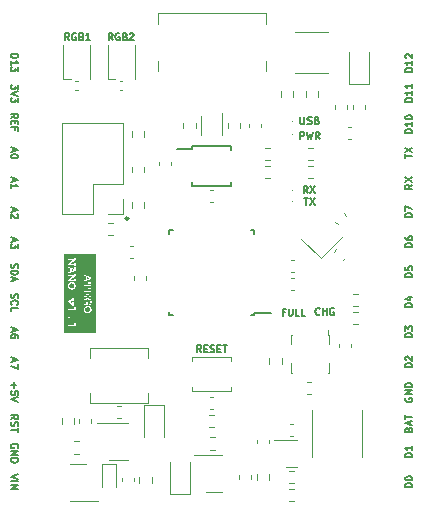
<source format=gbr>
%TF.GenerationSoftware,KiCad,Pcbnew,(7.0.0)*%
%TF.CreationDate,2023-06-28T20:41:30+03:00*%
%TF.ProjectId,Atego_Nano,41746567-6f5f-44e6-916e-6f2e6b696361,rev?*%
%TF.SameCoordinates,Original*%
%TF.FileFunction,Legend,Top*%
%TF.FilePolarity,Positive*%
%FSLAX46Y46*%
G04 Gerber Fmt 4.6, Leading zero omitted, Abs format (unit mm)*
G04 Created by KiCad (PCBNEW (7.0.0)) date 2023-06-28 20:41:30*
%MOMM*%
%LPD*%
G01*
G04 APERTURE LIST*
%ADD10C,0.250000*%
%ADD11C,0.150000*%
%ADD12C,0.160000*%
%ADD13C,0.120000*%
%ADD14C,0.100000*%
G04 APERTURE END LIST*
D10*
X143412400Y-87107600D02*
G75*
G03*
X143412400Y-87107600I-101600J0D01*
G01*
D11*
X133709142Y-100980857D02*
X133709142Y-101438000D01*
X133480571Y-101209428D02*
X133937714Y-101209428D01*
X134080571Y-102009428D02*
X134080571Y-101723714D01*
X134080571Y-101723714D02*
X133794857Y-101695142D01*
X133794857Y-101695142D02*
X133823428Y-101723714D01*
X133823428Y-101723714D02*
X133852000Y-101780857D01*
X133852000Y-101780857D02*
X133852000Y-101923714D01*
X133852000Y-101923714D02*
X133823428Y-101980857D01*
X133823428Y-101980857D02*
X133794857Y-102009428D01*
X133794857Y-102009428D02*
X133737714Y-102037999D01*
X133737714Y-102037999D02*
X133594857Y-102037999D01*
X133594857Y-102037999D02*
X133537714Y-102009428D01*
X133537714Y-102009428D02*
X133509142Y-101980857D01*
X133509142Y-101980857D02*
X133480571Y-101923714D01*
X133480571Y-101923714D02*
X133480571Y-101780857D01*
X133480571Y-101780857D02*
X133509142Y-101723714D01*
X133509142Y-101723714D02*
X133537714Y-101695142D01*
X134080571Y-102209428D02*
X133480571Y-102409428D01*
X133480571Y-102409428D02*
X134080571Y-102609428D01*
X134084571Y-108754742D02*
X133484571Y-108954742D01*
X133484571Y-108954742D02*
X134084571Y-109154742D01*
X133484571Y-109354743D02*
X134084571Y-109354743D01*
X133484571Y-109640457D02*
X134084571Y-109640457D01*
X134084571Y-109640457D02*
X133484571Y-109983314D01*
X133484571Y-109983314D02*
X134084571Y-109983314D01*
X133652000Y-81140285D02*
X133652000Y-81426000D01*
X133480571Y-81083142D02*
X134080571Y-81283142D01*
X134080571Y-81283142D02*
X133480571Y-81483142D01*
X134080571Y-81797428D02*
X134080571Y-81854571D01*
X134080571Y-81854571D02*
X134052000Y-81911714D01*
X134052000Y-81911714D02*
X134023428Y-81940286D01*
X134023428Y-81940286D02*
X133966285Y-81968857D01*
X133966285Y-81968857D02*
X133852000Y-81997428D01*
X133852000Y-81997428D02*
X133709142Y-81997428D01*
X133709142Y-81997428D02*
X133594857Y-81968857D01*
X133594857Y-81968857D02*
X133537714Y-81940286D01*
X133537714Y-81940286D02*
X133509142Y-81911714D01*
X133509142Y-81911714D02*
X133480571Y-81854571D01*
X133480571Y-81854571D02*
X133480571Y-81797428D01*
X133480571Y-81797428D02*
X133509142Y-81740286D01*
X133509142Y-81740286D02*
X133537714Y-81711714D01*
X133537714Y-81711714D02*
X133594857Y-81683143D01*
X133594857Y-81683143D02*
X133709142Y-81654571D01*
X133709142Y-81654571D02*
X133852000Y-81654571D01*
X133852000Y-81654571D02*
X133966285Y-81683143D01*
X133966285Y-81683143D02*
X134023428Y-81711714D01*
X134023428Y-81711714D02*
X134052000Y-81740286D01*
X134052000Y-81740286D02*
X134080571Y-81797428D01*
X157982457Y-80373028D02*
X157982457Y-79773028D01*
X157982457Y-79773028D02*
X158211028Y-79773028D01*
X158211028Y-79773028D02*
X158268171Y-79801600D01*
X158268171Y-79801600D02*
X158296742Y-79830171D01*
X158296742Y-79830171D02*
X158325314Y-79887314D01*
X158325314Y-79887314D02*
X158325314Y-79973028D01*
X158325314Y-79973028D02*
X158296742Y-80030171D01*
X158296742Y-80030171D02*
X158268171Y-80058742D01*
X158268171Y-80058742D02*
X158211028Y-80087314D01*
X158211028Y-80087314D02*
X157982457Y-80087314D01*
X158525314Y-79773028D02*
X158668171Y-80373028D01*
X158668171Y-80373028D02*
X158782457Y-79944457D01*
X158782457Y-79944457D02*
X158896742Y-80373028D01*
X158896742Y-80373028D02*
X159039600Y-79773028D01*
X159611028Y-80373028D02*
X159411028Y-80087314D01*
X159268171Y-80373028D02*
X159268171Y-79773028D01*
X159268171Y-79773028D02*
X159496742Y-79773028D01*
X159496742Y-79773028D02*
X159553885Y-79801600D01*
X159553885Y-79801600D02*
X159582456Y-79830171D01*
X159582456Y-79830171D02*
X159611028Y-79887314D01*
X159611028Y-79887314D02*
X159611028Y-79973028D01*
X159611028Y-79973028D02*
X159582456Y-80030171D01*
X159582456Y-80030171D02*
X159553885Y-80058742D01*
X159553885Y-80058742D02*
X159496742Y-80087314D01*
X159496742Y-80087314D02*
X159268171Y-80087314D01*
X133513142Y-90919285D02*
X133484571Y-91005000D01*
X133484571Y-91005000D02*
X133484571Y-91147857D01*
X133484571Y-91147857D02*
X133513142Y-91205000D01*
X133513142Y-91205000D02*
X133541714Y-91233571D01*
X133541714Y-91233571D02*
X133598857Y-91262142D01*
X133598857Y-91262142D02*
X133656000Y-91262142D01*
X133656000Y-91262142D02*
X133713142Y-91233571D01*
X133713142Y-91233571D02*
X133741714Y-91205000D01*
X133741714Y-91205000D02*
X133770285Y-91147857D01*
X133770285Y-91147857D02*
X133798857Y-91033571D01*
X133798857Y-91033571D02*
X133827428Y-90976428D01*
X133827428Y-90976428D02*
X133856000Y-90947857D01*
X133856000Y-90947857D02*
X133913142Y-90919285D01*
X133913142Y-90919285D02*
X133970285Y-90919285D01*
X133970285Y-90919285D02*
X134027428Y-90947857D01*
X134027428Y-90947857D02*
X134056000Y-90976428D01*
X134056000Y-90976428D02*
X134084571Y-91033571D01*
X134084571Y-91033571D02*
X134084571Y-91176428D01*
X134084571Y-91176428D02*
X134056000Y-91262142D01*
X133484571Y-91519286D02*
X134084571Y-91519286D01*
X134084571Y-91519286D02*
X134084571Y-91662143D01*
X134084571Y-91662143D02*
X134056000Y-91747857D01*
X134056000Y-91747857D02*
X133998857Y-91805000D01*
X133998857Y-91805000D02*
X133941714Y-91833571D01*
X133941714Y-91833571D02*
X133827428Y-91862143D01*
X133827428Y-91862143D02*
X133741714Y-91862143D01*
X133741714Y-91862143D02*
X133627428Y-91833571D01*
X133627428Y-91833571D02*
X133570285Y-91805000D01*
X133570285Y-91805000D02*
X133513142Y-91747857D01*
X133513142Y-91747857D02*
X133484571Y-91662143D01*
X133484571Y-91662143D02*
X133484571Y-91519286D01*
X133656000Y-92090714D02*
X133656000Y-92376429D01*
X133484571Y-92033571D02*
X134084571Y-92233571D01*
X134084571Y-92233571D02*
X133484571Y-92433571D01*
X158299142Y-85375428D02*
X158642000Y-85375428D01*
X158470571Y-85975428D02*
X158470571Y-85375428D01*
X158784857Y-85375428D02*
X159184857Y-85975428D01*
X159184857Y-85375428D02*
X158784857Y-85975428D01*
X166862628Y-81984857D02*
X166862628Y-81642000D01*
X167462628Y-81813428D02*
X166862628Y-81813428D01*
X166862628Y-81499142D02*
X167462628Y-81099142D01*
X166862628Y-81099142D02*
X167462628Y-81499142D01*
X167462628Y-109839142D02*
X166862628Y-109839142D01*
X166862628Y-109839142D02*
X166862628Y-109696285D01*
X166862628Y-109696285D02*
X166891200Y-109610571D01*
X166891200Y-109610571D02*
X166948342Y-109553428D01*
X166948342Y-109553428D02*
X167005485Y-109524857D01*
X167005485Y-109524857D02*
X167119771Y-109496285D01*
X167119771Y-109496285D02*
X167205485Y-109496285D01*
X167205485Y-109496285D02*
X167319771Y-109524857D01*
X167319771Y-109524857D02*
X167376914Y-109553428D01*
X167376914Y-109553428D02*
X167434057Y-109610571D01*
X167434057Y-109610571D02*
X167462628Y-109696285D01*
X167462628Y-109696285D02*
X167462628Y-109839142D01*
X166862628Y-109124857D02*
X166862628Y-109067714D01*
X166862628Y-109067714D02*
X166891200Y-109010571D01*
X166891200Y-109010571D02*
X166919771Y-108982000D01*
X166919771Y-108982000D02*
X166976914Y-108953428D01*
X166976914Y-108953428D02*
X167091200Y-108924857D01*
X167091200Y-108924857D02*
X167234057Y-108924857D01*
X167234057Y-108924857D02*
X167348342Y-108953428D01*
X167348342Y-108953428D02*
X167405485Y-108982000D01*
X167405485Y-108982000D02*
X167434057Y-109010571D01*
X167434057Y-109010571D02*
X167462628Y-109067714D01*
X167462628Y-109067714D02*
X167462628Y-109124857D01*
X167462628Y-109124857D02*
X167434057Y-109182000D01*
X167434057Y-109182000D02*
X167405485Y-109210571D01*
X167405485Y-109210571D02*
X167348342Y-109239142D01*
X167348342Y-109239142D02*
X167234057Y-109267714D01*
X167234057Y-109267714D02*
X167091200Y-109267714D01*
X167091200Y-109267714D02*
X166976914Y-109239142D01*
X166976914Y-109239142D02*
X166919771Y-109210571D01*
X166919771Y-109210571D02*
X166891200Y-109182000D01*
X166891200Y-109182000D02*
X166862628Y-109124857D01*
X133484571Y-78590714D02*
X133770285Y-78390714D01*
X133484571Y-78247857D02*
X134084571Y-78247857D01*
X134084571Y-78247857D02*
X134084571Y-78476428D01*
X134084571Y-78476428D02*
X134056000Y-78533571D01*
X134056000Y-78533571D02*
X134027428Y-78562142D01*
X134027428Y-78562142D02*
X133970285Y-78590714D01*
X133970285Y-78590714D02*
X133884571Y-78590714D01*
X133884571Y-78590714D02*
X133827428Y-78562142D01*
X133827428Y-78562142D02*
X133798857Y-78533571D01*
X133798857Y-78533571D02*
X133770285Y-78476428D01*
X133770285Y-78476428D02*
X133770285Y-78247857D01*
X133798857Y-78847857D02*
X133798857Y-79047857D01*
X133484571Y-79133571D02*
X133484571Y-78847857D01*
X133484571Y-78847857D02*
X134084571Y-78847857D01*
X134084571Y-78847857D02*
X134084571Y-79133571D01*
X133798857Y-79590714D02*
X133798857Y-79390714D01*
X133484571Y-79390714D02*
X134084571Y-79390714D01*
X134084571Y-79390714D02*
X134084571Y-79676428D01*
X149583714Y-98421428D02*
X149383714Y-98135714D01*
X149240857Y-98421428D02*
X149240857Y-97821428D01*
X149240857Y-97821428D02*
X149469428Y-97821428D01*
X149469428Y-97821428D02*
X149526571Y-97850000D01*
X149526571Y-97850000D02*
X149555142Y-97878571D01*
X149555142Y-97878571D02*
X149583714Y-97935714D01*
X149583714Y-97935714D02*
X149583714Y-98021428D01*
X149583714Y-98021428D02*
X149555142Y-98078571D01*
X149555142Y-98078571D02*
X149526571Y-98107142D01*
X149526571Y-98107142D02*
X149469428Y-98135714D01*
X149469428Y-98135714D02*
X149240857Y-98135714D01*
X149840857Y-98107142D02*
X150040857Y-98107142D01*
X150126571Y-98421428D02*
X149840857Y-98421428D01*
X149840857Y-98421428D02*
X149840857Y-97821428D01*
X149840857Y-97821428D02*
X150126571Y-97821428D01*
X150355142Y-98392857D02*
X150440857Y-98421428D01*
X150440857Y-98421428D02*
X150583714Y-98421428D01*
X150583714Y-98421428D02*
X150640857Y-98392857D01*
X150640857Y-98392857D02*
X150669428Y-98364285D01*
X150669428Y-98364285D02*
X150697999Y-98307142D01*
X150697999Y-98307142D02*
X150697999Y-98250000D01*
X150697999Y-98250000D02*
X150669428Y-98192857D01*
X150669428Y-98192857D02*
X150640857Y-98164285D01*
X150640857Y-98164285D02*
X150583714Y-98135714D01*
X150583714Y-98135714D02*
X150469428Y-98107142D01*
X150469428Y-98107142D02*
X150412285Y-98078571D01*
X150412285Y-98078571D02*
X150383714Y-98050000D01*
X150383714Y-98050000D02*
X150355142Y-97992857D01*
X150355142Y-97992857D02*
X150355142Y-97935714D01*
X150355142Y-97935714D02*
X150383714Y-97878571D01*
X150383714Y-97878571D02*
X150412285Y-97850000D01*
X150412285Y-97850000D02*
X150469428Y-97821428D01*
X150469428Y-97821428D02*
X150612285Y-97821428D01*
X150612285Y-97821428D02*
X150697999Y-97850000D01*
X150955143Y-98107142D02*
X151155143Y-98107142D01*
X151240857Y-98421428D02*
X150955143Y-98421428D01*
X150955143Y-98421428D02*
X150955143Y-97821428D01*
X150955143Y-97821428D02*
X151240857Y-97821428D01*
X151412285Y-97821428D02*
X151755143Y-97821428D01*
X151583714Y-98421428D02*
X151583714Y-97821428D01*
X167462628Y-74660142D02*
X166862628Y-74660142D01*
X166862628Y-74660142D02*
X166862628Y-74517285D01*
X166862628Y-74517285D02*
X166891200Y-74431571D01*
X166891200Y-74431571D02*
X166948342Y-74374428D01*
X166948342Y-74374428D02*
X167005485Y-74345857D01*
X167005485Y-74345857D02*
X167119771Y-74317285D01*
X167119771Y-74317285D02*
X167205485Y-74317285D01*
X167205485Y-74317285D02*
X167319771Y-74345857D01*
X167319771Y-74345857D02*
X167376914Y-74374428D01*
X167376914Y-74374428D02*
X167434057Y-74431571D01*
X167434057Y-74431571D02*
X167462628Y-74517285D01*
X167462628Y-74517285D02*
X167462628Y-74660142D01*
X167462628Y-73745857D02*
X167462628Y-74088714D01*
X167462628Y-73917285D02*
X166862628Y-73917285D01*
X166862628Y-73917285D02*
X166948342Y-73974428D01*
X166948342Y-73974428D02*
X167005485Y-74031571D01*
X167005485Y-74031571D02*
X167034057Y-74088714D01*
X166919771Y-73517285D02*
X166891200Y-73488713D01*
X166891200Y-73488713D02*
X166862628Y-73431571D01*
X166862628Y-73431571D02*
X166862628Y-73288713D01*
X166862628Y-73288713D02*
X166891200Y-73231571D01*
X166891200Y-73231571D02*
X166919771Y-73202999D01*
X166919771Y-73202999D02*
X166976914Y-73174428D01*
X166976914Y-73174428D02*
X167034057Y-73174428D01*
X167034057Y-73174428D02*
X167119771Y-73202999D01*
X167119771Y-73202999D02*
X167462628Y-73545856D01*
X167462628Y-73545856D02*
X167462628Y-73174428D01*
X138407714Y-72005428D02*
X138207714Y-71719714D01*
X138064857Y-72005428D02*
X138064857Y-71405428D01*
X138064857Y-71405428D02*
X138293428Y-71405428D01*
X138293428Y-71405428D02*
X138350571Y-71434000D01*
X138350571Y-71434000D02*
X138379142Y-71462571D01*
X138379142Y-71462571D02*
X138407714Y-71519714D01*
X138407714Y-71519714D02*
X138407714Y-71605428D01*
X138407714Y-71605428D02*
X138379142Y-71662571D01*
X138379142Y-71662571D02*
X138350571Y-71691142D01*
X138350571Y-71691142D02*
X138293428Y-71719714D01*
X138293428Y-71719714D02*
X138064857Y-71719714D01*
X138979142Y-71434000D02*
X138922000Y-71405428D01*
X138922000Y-71405428D02*
X138836285Y-71405428D01*
X138836285Y-71405428D02*
X138750571Y-71434000D01*
X138750571Y-71434000D02*
X138693428Y-71491142D01*
X138693428Y-71491142D02*
X138664857Y-71548285D01*
X138664857Y-71548285D02*
X138636285Y-71662571D01*
X138636285Y-71662571D02*
X138636285Y-71748285D01*
X138636285Y-71748285D02*
X138664857Y-71862571D01*
X138664857Y-71862571D02*
X138693428Y-71919714D01*
X138693428Y-71919714D02*
X138750571Y-71976857D01*
X138750571Y-71976857D02*
X138836285Y-72005428D01*
X138836285Y-72005428D02*
X138893428Y-72005428D01*
X138893428Y-72005428D02*
X138979142Y-71976857D01*
X138979142Y-71976857D02*
X139007714Y-71948285D01*
X139007714Y-71948285D02*
X139007714Y-71748285D01*
X139007714Y-71748285D02*
X138893428Y-71748285D01*
X139464857Y-71691142D02*
X139550571Y-71719714D01*
X139550571Y-71719714D02*
X139579142Y-71748285D01*
X139579142Y-71748285D02*
X139607714Y-71805428D01*
X139607714Y-71805428D02*
X139607714Y-71891142D01*
X139607714Y-71891142D02*
X139579142Y-71948285D01*
X139579142Y-71948285D02*
X139550571Y-71976857D01*
X139550571Y-71976857D02*
X139493428Y-72005428D01*
X139493428Y-72005428D02*
X139264857Y-72005428D01*
X139264857Y-72005428D02*
X139264857Y-71405428D01*
X139264857Y-71405428D02*
X139464857Y-71405428D01*
X139464857Y-71405428D02*
X139522000Y-71434000D01*
X139522000Y-71434000D02*
X139550571Y-71462571D01*
X139550571Y-71462571D02*
X139579142Y-71519714D01*
X139579142Y-71519714D02*
X139579142Y-71576857D01*
X139579142Y-71576857D02*
X139550571Y-71634000D01*
X139550571Y-71634000D02*
X139522000Y-71662571D01*
X139522000Y-71662571D02*
X139464857Y-71691142D01*
X139464857Y-71691142D02*
X139264857Y-71691142D01*
X140179142Y-72005428D02*
X139836285Y-72005428D01*
X140007714Y-72005428D02*
X140007714Y-71405428D01*
X140007714Y-71405428D02*
X139950571Y-71491142D01*
X139950571Y-71491142D02*
X139893428Y-71548285D01*
X139893428Y-71548285D02*
X139836285Y-71576857D01*
X166891200Y-102285857D02*
X166862628Y-102343000D01*
X166862628Y-102343000D02*
X166862628Y-102428714D01*
X166862628Y-102428714D02*
X166891200Y-102514428D01*
X166891200Y-102514428D02*
X166948342Y-102571571D01*
X166948342Y-102571571D02*
X167005485Y-102600142D01*
X167005485Y-102600142D02*
X167119771Y-102628714D01*
X167119771Y-102628714D02*
X167205485Y-102628714D01*
X167205485Y-102628714D02*
X167319771Y-102600142D01*
X167319771Y-102600142D02*
X167376914Y-102571571D01*
X167376914Y-102571571D02*
X167434057Y-102514428D01*
X167434057Y-102514428D02*
X167462628Y-102428714D01*
X167462628Y-102428714D02*
X167462628Y-102371571D01*
X167462628Y-102371571D02*
X167434057Y-102285857D01*
X167434057Y-102285857D02*
X167405485Y-102257285D01*
X167405485Y-102257285D02*
X167205485Y-102257285D01*
X167205485Y-102257285D02*
X167205485Y-102371571D01*
X167462628Y-102000142D02*
X166862628Y-102000142D01*
X166862628Y-102000142D02*
X167462628Y-101657285D01*
X167462628Y-101657285D02*
X166862628Y-101657285D01*
X167462628Y-101371571D02*
X166862628Y-101371571D01*
X166862628Y-101371571D02*
X166862628Y-101228714D01*
X166862628Y-101228714D02*
X166891200Y-101143000D01*
X166891200Y-101143000D02*
X166948342Y-101085857D01*
X166948342Y-101085857D02*
X167005485Y-101057286D01*
X167005485Y-101057286D02*
X167119771Y-101028714D01*
X167119771Y-101028714D02*
X167205485Y-101028714D01*
X167205485Y-101028714D02*
X167319771Y-101057286D01*
X167319771Y-101057286D02*
X167376914Y-101085857D01*
X167376914Y-101085857D02*
X167434057Y-101143000D01*
X167434057Y-101143000D02*
X167462628Y-101228714D01*
X167462628Y-101228714D02*
X167462628Y-101371571D01*
X167462628Y-92059142D02*
X166862628Y-92059142D01*
X166862628Y-92059142D02*
X166862628Y-91916285D01*
X166862628Y-91916285D02*
X166891200Y-91830571D01*
X166891200Y-91830571D02*
X166948342Y-91773428D01*
X166948342Y-91773428D02*
X167005485Y-91744857D01*
X167005485Y-91744857D02*
X167119771Y-91716285D01*
X167119771Y-91716285D02*
X167205485Y-91716285D01*
X167205485Y-91716285D02*
X167319771Y-91744857D01*
X167319771Y-91744857D02*
X167376914Y-91773428D01*
X167376914Y-91773428D02*
X167434057Y-91830571D01*
X167434057Y-91830571D02*
X167462628Y-91916285D01*
X167462628Y-91916285D02*
X167462628Y-92059142D01*
X166862628Y-91173428D02*
X166862628Y-91459142D01*
X166862628Y-91459142D02*
X167148342Y-91487714D01*
X167148342Y-91487714D02*
X167119771Y-91459142D01*
X167119771Y-91459142D02*
X167091200Y-91402000D01*
X167091200Y-91402000D02*
X167091200Y-91259142D01*
X167091200Y-91259142D02*
X167119771Y-91202000D01*
X167119771Y-91202000D02*
X167148342Y-91173428D01*
X167148342Y-91173428D02*
X167205485Y-91144857D01*
X167205485Y-91144857D02*
X167348342Y-91144857D01*
X167348342Y-91144857D02*
X167405485Y-91173428D01*
X167405485Y-91173428D02*
X167434057Y-91202000D01*
X167434057Y-91202000D02*
X167462628Y-91259142D01*
X167462628Y-91259142D02*
X167462628Y-91402000D01*
X167462628Y-91402000D02*
X167434057Y-91459142D01*
X167434057Y-91459142D02*
X167405485Y-91487714D01*
X158600714Y-84959428D02*
X158400714Y-84673714D01*
X158257857Y-84959428D02*
X158257857Y-84359428D01*
X158257857Y-84359428D02*
X158486428Y-84359428D01*
X158486428Y-84359428D02*
X158543571Y-84388000D01*
X158543571Y-84388000D02*
X158572142Y-84416571D01*
X158572142Y-84416571D02*
X158600714Y-84473714D01*
X158600714Y-84473714D02*
X158600714Y-84559428D01*
X158600714Y-84559428D02*
X158572142Y-84616571D01*
X158572142Y-84616571D02*
X158543571Y-84645142D01*
X158543571Y-84645142D02*
X158486428Y-84673714D01*
X158486428Y-84673714D02*
X158257857Y-84673714D01*
X158800714Y-84359428D02*
X159200714Y-84959428D01*
X159200714Y-84359428D02*
X158800714Y-84959428D01*
X142090714Y-72005428D02*
X141890714Y-71719714D01*
X141747857Y-72005428D02*
X141747857Y-71405428D01*
X141747857Y-71405428D02*
X141976428Y-71405428D01*
X141976428Y-71405428D02*
X142033571Y-71434000D01*
X142033571Y-71434000D02*
X142062142Y-71462571D01*
X142062142Y-71462571D02*
X142090714Y-71519714D01*
X142090714Y-71519714D02*
X142090714Y-71605428D01*
X142090714Y-71605428D02*
X142062142Y-71662571D01*
X142062142Y-71662571D02*
X142033571Y-71691142D01*
X142033571Y-71691142D02*
X141976428Y-71719714D01*
X141976428Y-71719714D02*
X141747857Y-71719714D01*
X142662142Y-71434000D02*
X142605000Y-71405428D01*
X142605000Y-71405428D02*
X142519285Y-71405428D01*
X142519285Y-71405428D02*
X142433571Y-71434000D01*
X142433571Y-71434000D02*
X142376428Y-71491142D01*
X142376428Y-71491142D02*
X142347857Y-71548285D01*
X142347857Y-71548285D02*
X142319285Y-71662571D01*
X142319285Y-71662571D02*
X142319285Y-71748285D01*
X142319285Y-71748285D02*
X142347857Y-71862571D01*
X142347857Y-71862571D02*
X142376428Y-71919714D01*
X142376428Y-71919714D02*
X142433571Y-71976857D01*
X142433571Y-71976857D02*
X142519285Y-72005428D01*
X142519285Y-72005428D02*
X142576428Y-72005428D01*
X142576428Y-72005428D02*
X142662142Y-71976857D01*
X142662142Y-71976857D02*
X142690714Y-71948285D01*
X142690714Y-71948285D02*
X142690714Y-71748285D01*
X142690714Y-71748285D02*
X142576428Y-71748285D01*
X143147857Y-71691142D02*
X143233571Y-71719714D01*
X143233571Y-71719714D02*
X143262142Y-71748285D01*
X143262142Y-71748285D02*
X143290714Y-71805428D01*
X143290714Y-71805428D02*
X143290714Y-71891142D01*
X143290714Y-71891142D02*
X143262142Y-71948285D01*
X143262142Y-71948285D02*
X143233571Y-71976857D01*
X143233571Y-71976857D02*
X143176428Y-72005428D01*
X143176428Y-72005428D02*
X142947857Y-72005428D01*
X142947857Y-72005428D02*
X142947857Y-71405428D01*
X142947857Y-71405428D02*
X143147857Y-71405428D01*
X143147857Y-71405428D02*
X143205000Y-71434000D01*
X143205000Y-71434000D02*
X143233571Y-71462571D01*
X143233571Y-71462571D02*
X143262142Y-71519714D01*
X143262142Y-71519714D02*
X143262142Y-71576857D01*
X143262142Y-71576857D02*
X143233571Y-71634000D01*
X143233571Y-71634000D02*
X143205000Y-71662571D01*
X143205000Y-71662571D02*
X143147857Y-71691142D01*
X143147857Y-71691142D02*
X142947857Y-71691142D01*
X143519285Y-71462571D02*
X143547857Y-71434000D01*
X143547857Y-71434000D02*
X143605000Y-71405428D01*
X143605000Y-71405428D02*
X143747857Y-71405428D01*
X143747857Y-71405428D02*
X143805000Y-71434000D01*
X143805000Y-71434000D02*
X143833571Y-71462571D01*
X143833571Y-71462571D02*
X143862142Y-71519714D01*
X143862142Y-71519714D02*
X143862142Y-71576857D01*
X143862142Y-71576857D02*
X143833571Y-71662571D01*
X143833571Y-71662571D02*
X143490714Y-72005428D01*
X143490714Y-72005428D02*
X143862142Y-72005428D01*
X134080571Y-75777714D02*
X134080571Y-76149142D01*
X134080571Y-76149142D02*
X133852000Y-75949142D01*
X133852000Y-75949142D02*
X133852000Y-76034857D01*
X133852000Y-76034857D02*
X133823428Y-76092000D01*
X133823428Y-76092000D02*
X133794857Y-76120571D01*
X133794857Y-76120571D02*
X133737714Y-76149142D01*
X133737714Y-76149142D02*
X133594857Y-76149142D01*
X133594857Y-76149142D02*
X133537714Y-76120571D01*
X133537714Y-76120571D02*
X133509142Y-76092000D01*
X133509142Y-76092000D02*
X133480571Y-76034857D01*
X133480571Y-76034857D02*
X133480571Y-75863428D01*
X133480571Y-75863428D02*
X133509142Y-75806285D01*
X133509142Y-75806285D02*
X133537714Y-75777714D01*
X134080571Y-76320571D02*
X133480571Y-76520571D01*
X133480571Y-76520571D02*
X134080571Y-76720571D01*
X134080571Y-76863429D02*
X134080571Y-77234857D01*
X134080571Y-77234857D02*
X133852000Y-77034857D01*
X133852000Y-77034857D02*
X133852000Y-77120572D01*
X133852000Y-77120572D02*
X133823428Y-77177715D01*
X133823428Y-77177715D02*
X133794857Y-77206286D01*
X133794857Y-77206286D02*
X133737714Y-77234857D01*
X133737714Y-77234857D02*
X133594857Y-77234857D01*
X133594857Y-77234857D02*
X133537714Y-77206286D01*
X133537714Y-77206286D02*
X133509142Y-77177715D01*
X133509142Y-77177715D02*
X133480571Y-77120572D01*
X133480571Y-77120572D02*
X133480571Y-76949143D01*
X133480571Y-76949143D02*
X133509142Y-76892000D01*
X133509142Y-76892000D02*
X133537714Y-76863429D01*
X167462628Y-77200142D02*
X166862628Y-77200142D01*
X166862628Y-77200142D02*
X166862628Y-77057285D01*
X166862628Y-77057285D02*
X166891200Y-76971571D01*
X166891200Y-76971571D02*
X166948342Y-76914428D01*
X166948342Y-76914428D02*
X167005485Y-76885857D01*
X167005485Y-76885857D02*
X167119771Y-76857285D01*
X167119771Y-76857285D02*
X167205485Y-76857285D01*
X167205485Y-76857285D02*
X167319771Y-76885857D01*
X167319771Y-76885857D02*
X167376914Y-76914428D01*
X167376914Y-76914428D02*
X167434057Y-76971571D01*
X167434057Y-76971571D02*
X167462628Y-77057285D01*
X167462628Y-77057285D02*
X167462628Y-77200142D01*
X167462628Y-76285857D02*
X167462628Y-76628714D01*
X167462628Y-76457285D02*
X166862628Y-76457285D01*
X166862628Y-76457285D02*
X166948342Y-76514428D01*
X166948342Y-76514428D02*
X167005485Y-76571571D01*
X167005485Y-76571571D02*
X167034057Y-76628714D01*
X167462628Y-75714428D02*
X167462628Y-76057285D01*
X167462628Y-75885856D02*
X166862628Y-75885856D01*
X166862628Y-75885856D02*
X166948342Y-75942999D01*
X166948342Y-75942999D02*
X167005485Y-76000142D01*
X167005485Y-76000142D02*
X167034057Y-76057285D01*
X167462628Y-107299142D02*
X166862628Y-107299142D01*
X166862628Y-107299142D02*
X166862628Y-107156285D01*
X166862628Y-107156285D02*
X166891200Y-107070571D01*
X166891200Y-107070571D02*
X166948342Y-107013428D01*
X166948342Y-107013428D02*
X167005485Y-106984857D01*
X167005485Y-106984857D02*
X167119771Y-106956285D01*
X167119771Y-106956285D02*
X167205485Y-106956285D01*
X167205485Y-106956285D02*
X167319771Y-106984857D01*
X167319771Y-106984857D02*
X167376914Y-107013428D01*
X167376914Y-107013428D02*
X167434057Y-107070571D01*
X167434057Y-107070571D02*
X167462628Y-107156285D01*
X167462628Y-107156285D02*
X167462628Y-107299142D01*
X167462628Y-106384857D02*
X167462628Y-106727714D01*
X167462628Y-106556285D02*
X166862628Y-106556285D01*
X166862628Y-106556285D02*
X166948342Y-106613428D01*
X166948342Y-106613428D02*
X167005485Y-106670571D01*
X167005485Y-106670571D02*
X167034057Y-106727714D01*
X167462628Y-89519142D02*
X166862628Y-89519142D01*
X166862628Y-89519142D02*
X166862628Y-89376285D01*
X166862628Y-89376285D02*
X166891200Y-89290571D01*
X166891200Y-89290571D02*
X166948342Y-89233428D01*
X166948342Y-89233428D02*
X167005485Y-89204857D01*
X167005485Y-89204857D02*
X167119771Y-89176285D01*
X167119771Y-89176285D02*
X167205485Y-89176285D01*
X167205485Y-89176285D02*
X167319771Y-89204857D01*
X167319771Y-89204857D02*
X167376914Y-89233428D01*
X167376914Y-89233428D02*
X167434057Y-89290571D01*
X167434057Y-89290571D02*
X167462628Y-89376285D01*
X167462628Y-89376285D02*
X167462628Y-89519142D01*
X166862628Y-88662000D02*
X166862628Y-88776285D01*
X166862628Y-88776285D02*
X166891200Y-88833428D01*
X166891200Y-88833428D02*
X166919771Y-88862000D01*
X166919771Y-88862000D02*
X167005485Y-88919142D01*
X167005485Y-88919142D02*
X167119771Y-88947714D01*
X167119771Y-88947714D02*
X167348342Y-88947714D01*
X167348342Y-88947714D02*
X167405485Y-88919142D01*
X167405485Y-88919142D02*
X167434057Y-88890571D01*
X167434057Y-88890571D02*
X167462628Y-88833428D01*
X167462628Y-88833428D02*
X167462628Y-88719142D01*
X167462628Y-88719142D02*
X167434057Y-88662000D01*
X167434057Y-88662000D02*
X167405485Y-88633428D01*
X167405485Y-88633428D02*
X167348342Y-88604857D01*
X167348342Y-88604857D02*
X167205485Y-88604857D01*
X167205485Y-88604857D02*
X167148342Y-88633428D01*
X167148342Y-88633428D02*
X167119771Y-88662000D01*
X167119771Y-88662000D02*
X167091200Y-88719142D01*
X167091200Y-88719142D02*
X167091200Y-88833428D01*
X167091200Y-88833428D02*
X167119771Y-88890571D01*
X167119771Y-88890571D02*
X167148342Y-88919142D01*
X167148342Y-88919142D02*
X167205485Y-88947714D01*
D12*
G36*
X139986336Y-94615690D02*
G01*
X139997735Y-94616415D01*
X140008885Y-94617625D01*
X140019787Y-94619319D01*
X140030440Y-94621496D01*
X140040844Y-94624158D01*
X140050999Y-94627303D01*
X140060905Y-94630933D01*
X140070563Y-94635046D01*
X140079971Y-94639643D01*
X140089131Y-94644724D01*
X140098042Y-94650289D01*
X140106705Y-94656338D01*
X140115118Y-94662870D01*
X140123283Y-94669887D01*
X140131198Y-94677388D01*
X140138770Y-94685219D01*
X140145853Y-94693181D01*
X140152448Y-94701272D01*
X140158554Y-94709493D01*
X140164171Y-94717844D01*
X140169300Y-94726325D01*
X140173941Y-94734935D01*
X140178093Y-94743675D01*
X140181757Y-94752545D01*
X140184932Y-94761545D01*
X140187618Y-94770674D01*
X140189817Y-94779933D01*
X140191526Y-94789322D01*
X140192748Y-94798840D01*
X140193480Y-94808489D01*
X140193725Y-94818267D01*
X140193482Y-94828092D01*
X140192754Y-94837782D01*
X140191540Y-94847338D01*
X140189841Y-94856760D01*
X140187657Y-94866047D01*
X140184987Y-94875200D01*
X140181831Y-94884219D01*
X140178191Y-94893103D01*
X140174065Y-94901853D01*
X140169453Y-94910469D01*
X140164356Y-94918950D01*
X140158773Y-94927297D01*
X140152705Y-94935510D01*
X140146152Y-94943588D01*
X140139113Y-94951532D01*
X140131589Y-94959342D01*
X140123695Y-94966866D01*
X140115545Y-94973905D01*
X140107141Y-94980458D01*
X140098482Y-94986526D01*
X140089568Y-94992108D01*
X140080399Y-94997205D01*
X140070975Y-95001817D01*
X140061296Y-95005943D01*
X140051362Y-95009584D01*
X140041174Y-95012739D01*
X140030730Y-95015409D01*
X140020031Y-95017593D01*
X140009078Y-95019292D01*
X139997869Y-95020506D01*
X139986406Y-95021234D01*
X139974688Y-95021477D01*
X139962946Y-95021234D01*
X139951463Y-95020506D01*
X139940238Y-95019292D01*
X139929271Y-95017593D01*
X139918561Y-95015409D01*
X139908110Y-95012739D01*
X139897917Y-95009584D01*
X139887981Y-95005943D01*
X139878304Y-95001817D01*
X139868885Y-94997205D01*
X139859723Y-94992108D01*
X139850820Y-94986526D01*
X139842174Y-94980458D01*
X139833787Y-94973905D01*
X139825657Y-94966866D01*
X139817786Y-94959342D01*
X139810309Y-94951532D01*
X139803315Y-94943588D01*
X139796802Y-94935510D01*
X139790773Y-94927297D01*
X139785225Y-94918950D01*
X139780160Y-94910469D01*
X139775578Y-94901853D01*
X139771478Y-94893103D01*
X139767860Y-94884219D01*
X139764724Y-94875200D01*
X139762071Y-94866047D01*
X139759900Y-94856760D01*
X139758212Y-94847338D01*
X139757006Y-94837782D01*
X139756283Y-94828092D01*
X139756041Y-94818267D01*
X139756284Y-94808489D01*
X139757012Y-94798840D01*
X139758226Y-94789322D01*
X139759925Y-94779933D01*
X139762109Y-94770674D01*
X139764779Y-94761545D01*
X139767934Y-94752545D01*
X139771575Y-94743675D01*
X139775701Y-94734935D01*
X139780313Y-94726325D01*
X139785410Y-94717844D01*
X139790993Y-94709493D01*
X139797060Y-94701272D01*
X139803614Y-94693181D01*
X139810653Y-94685219D01*
X139818177Y-94677388D01*
X139826070Y-94669887D01*
X139834214Y-94662870D01*
X139842611Y-94656338D01*
X139851259Y-94650289D01*
X139860160Y-94644724D01*
X139869312Y-94639643D01*
X139878716Y-94635046D01*
X139888372Y-94630933D01*
X139898280Y-94627303D01*
X139908440Y-94624158D01*
X139918851Y-94621496D01*
X139929515Y-94619319D01*
X139940430Y-94617625D01*
X139951597Y-94616415D01*
X139963017Y-94615690D01*
X139974688Y-94615448D01*
X139986336Y-94615690D01*
G37*
G36*
X138642336Y-92599220D02*
G01*
X138653735Y-92599946D01*
X138664885Y-92601156D01*
X138675787Y-92602850D01*
X138686440Y-92605027D01*
X138696844Y-92607689D01*
X138706999Y-92610834D01*
X138716905Y-92614463D01*
X138726563Y-92618576D01*
X138735971Y-92623174D01*
X138745131Y-92628255D01*
X138754042Y-92633820D01*
X138762705Y-92639868D01*
X138771118Y-92646401D01*
X138779283Y-92653418D01*
X138787198Y-92660918D01*
X138794770Y-92668750D01*
X138801853Y-92676712D01*
X138808448Y-92684803D01*
X138814554Y-92693024D01*
X138820171Y-92701375D01*
X138825300Y-92709855D01*
X138829941Y-92718466D01*
X138834093Y-92727206D01*
X138837757Y-92736076D01*
X138840932Y-92745075D01*
X138843618Y-92754205D01*
X138845817Y-92763464D01*
X138847526Y-92772852D01*
X138848748Y-92782371D01*
X138849480Y-92792019D01*
X138849725Y-92801798D01*
X138849482Y-92811622D01*
X138848754Y-92821313D01*
X138847540Y-92830869D01*
X138845841Y-92840290D01*
X138843657Y-92849578D01*
X138840987Y-92858731D01*
X138837831Y-92867749D01*
X138834191Y-92876634D01*
X138830065Y-92885384D01*
X138825453Y-92893999D01*
X138820356Y-92902481D01*
X138814773Y-92910828D01*
X138808705Y-92919040D01*
X138802152Y-92927119D01*
X138795113Y-92935063D01*
X138787589Y-92942872D01*
X138779695Y-92950396D01*
X138771545Y-92957435D01*
X138763141Y-92963989D01*
X138754482Y-92970056D01*
X138745568Y-92975639D01*
X138736399Y-92980736D01*
X138726975Y-92985348D01*
X138717296Y-92989474D01*
X138707362Y-92993114D01*
X138697174Y-92996270D01*
X138686730Y-92998940D01*
X138676031Y-93001124D01*
X138665078Y-93002823D01*
X138653869Y-93004037D01*
X138642406Y-93004765D01*
X138630688Y-93005008D01*
X138618946Y-93004765D01*
X138607463Y-93004037D01*
X138596238Y-93002823D01*
X138585271Y-93001124D01*
X138574561Y-92998940D01*
X138564110Y-92996270D01*
X138553917Y-92993114D01*
X138543981Y-92989474D01*
X138534304Y-92985348D01*
X138524885Y-92980736D01*
X138515723Y-92975639D01*
X138506820Y-92970056D01*
X138498174Y-92963989D01*
X138489787Y-92957435D01*
X138481657Y-92950396D01*
X138473786Y-92942872D01*
X138466309Y-92935063D01*
X138459315Y-92927119D01*
X138452802Y-92919040D01*
X138446773Y-92910828D01*
X138441225Y-92902481D01*
X138436160Y-92893999D01*
X138431578Y-92885384D01*
X138427478Y-92876634D01*
X138423860Y-92867749D01*
X138420724Y-92858731D01*
X138418071Y-92849578D01*
X138415900Y-92840290D01*
X138414212Y-92830869D01*
X138413006Y-92821313D01*
X138412283Y-92811622D01*
X138412041Y-92801798D01*
X138412284Y-92792019D01*
X138413012Y-92782371D01*
X138414226Y-92772852D01*
X138415925Y-92763464D01*
X138418109Y-92754205D01*
X138420779Y-92745075D01*
X138423934Y-92736076D01*
X138427575Y-92727206D01*
X138431701Y-92718466D01*
X138436313Y-92709855D01*
X138441410Y-92701375D01*
X138446993Y-92693024D01*
X138453060Y-92684803D01*
X138459614Y-92676712D01*
X138466653Y-92668750D01*
X138474177Y-92660918D01*
X138482070Y-92653418D01*
X138490214Y-92646401D01*
X138498611Y-92639868D01*
X138507259Y-92633820D01*
X138516160Y-92628255D01*
X138525312Y-92623174D01*
X138534716Y-92618576D01*
X138544372Y-92614463D01*
X138554280Y-92610834D01*
X138564440Y-92607689D01*
X138574851Y-92605027D01*
X138585515Y-92602850D01*
X138596430Y-92601156D01*
X138607597Y-92599946D01*
X138619017Y-92599220D01*
X138630688Y-92598978D01*
X138642336Y-92599220D01*
G37*
G36*
X140149761Y-92129642D02*
G01*
X139956125Y-92220305D01*
X139956125Y-92038392D01*
X140149761Y-92129642D01*
G37*
G36*
X138805761Y-91457485D02*
G01*
X138612125Y-91548148D01*
X138612125Y-91366236D01*
X138805761Y-91457485D01*
G37*
G36*
X140660559Y-96763062D02*
G01*
X137945209Y-96763062D01*
X137945209Y-96333354D01*
X138312000Y-96333354D01*
X138312135Y-96340803D01*
X138312738Y-96350089D01*
X138313823Y-96358636D01*
X138315859Y-96368280D01*
X138318647Y-96376771D01*
X138322190Y-96384107D01*
X138327436Y-96391386D01*
X138329427Y-96393492D01*
X138335850Y-96398994D01*
X138342946Y-96403274D01*
X138350715Y-96406330D01*
X138359157Y-96408165D01*
X138368273Y-96408776D01*
X138371386Y-96408708D01*
X138380265Y-96407689D01*
X138388458Y-96405447D01*
X138395964Y-96401983D01*
X138402783Y-96397296D01*
X138408915Y-96391386D01*
X138413418Y-96385435D01*
X138417158Y-96378330D01*
X138420135Y-96370071D01*
X138422348Y-96360657D01*
X138423570Y-96352295D01*
X138424302Y-96343194D01*
X138424547Y-96333354D01*
X138424547Y-96219634D01*
X139012293Y-96219634D01*
X138946836Y-95977345D01*
X138946185Y-95975062D01*
X138943523Y-95966425D01*
X138940763Y-95958582D01*
X138937176Y-95949894D01*
X138933436Y-95942446D01*
X138928746Y-95935147D01*
X138922997Y-95928888D01*
X138917591Y-95924970D01*
X138910398Y-95921423D01*
X138902252Y-95918980D01*
X138894510Y-95917765D01*
X138886068Y-95917359D01*
X138882875Y-95917420D01*
X138873673Y-95918336D01*
X138865033Y-95920351D01*
X138856957Y-95923465D01*
X138849444Y-95927679D01*
X138842495Y-95932991D01*
X138836452Y-95939059D01*
X138831660Y-95945539D01*
X138827649Y-95953620D01*
X138825339Y-95962262D01*
X138824714Y-95970116D01*
X138824881Y-95974197D01*
X138825843Y-95981958D01*
X138827385Y-95989991D01*
X138829229Y-95997799D01*
X138831553Y-96006459D01*
X138859103Y-96107087D01*
X138424547Y-96107087D01*
X138424547Y-95993172D01*
X138424409Y-95985756D01*
X138423799Y-95976504D01*
X138422700Y-95967978D01*
X138420639Y-95958343D01*
X138417815Y-95949843D01*
X138414227Y-95942479D01*
X138408915Y-95935140D01*
X138406947Y-95933058D01*
X138400586Y-95927618D01*
X138393538Y-95923386D01*
X138385804Y-95920363D01*
X138377382Y-95918550D01*
X138368273Y-95917945D01*
X138365160Y-95918013D01*
X138356269Y-95919020D01*
X138348051Y-95921237D01*
X138340506Y-95924662D01*
X138333634Y-95929297D01*
X138327436Y-95935140D01*
X138322989Y-95941142D01*
X138319295Y-95948280D01*
X138316356Y-95956552D01*
X138314170Y-95965961D01*
X138312964Y-95974305D01*
X138312241Y-95983375D01*
X138312000Y-95993172D01*
X138312000Y-96333354D01*
X137945209Y-96333354D01*
X137945209Y-95491400D01*
X138299494Y-95491400D01*
X138299578Y-95496267D01*
X138300250Y-95505603D01*
X138301593Y-95514408D01*
X138303608Y-95522682D01*
X138306295Y-95530424D01*
X138309653Y-95537636D01*
X138314796Y-95545903D01*
X138320988Y-95553340D01*
X138325110Y-95557390D01*
X138332394Y-95563256D01*
X138340192Y-95568015D01*
X138348506Y-95571667D01*
X138357335Y-95574213D01*
X138366679Y-95575651D01*
X138374526Y-95576006D01*
X138378490Y-95575917D01*
X138388040Y-95574921D01*
X138397075Y-95572818D01*
X138405595Y-95569609D01*
X138413600Y-95565292D01*
X138421089Y-95559869D01*
X138428064Y-95553340D01*
X138431905Y-95548977D01*
X138437467Y-95541042D01*
X138441161Y-95534096D01*
X138444184Y-95526620D01*
X138446535Y-95518611D01*
X138448214Y-95510072D01*
X138449221Y-95501002D01*
X138449557Y-95491400D01*
X138449473Y-95486532D01*
X138448801Y-95477189D01*
X138447458Y-95468372D01*
X138445443Y-95460080D01*
X138442756Y-95452313D01*
X138439398Y-95445071D01*
X138434256Y-95436758D01*
X138428064Y-95429264D01*
X138423941Y-95425249D01*
X138416658Y-95419434D01*
X138408859Y-95414716D01*
X138400545Y-95411095D01*
X138391716Y-95408571D01*
X138382372Y-95407145D01*
X138374526Y-95406794D01*
X138370561Y-95406882D01*
X138361011Y-95407869D01*
X138351976Y-95409954D01*
X138343456Y-95413136D01*
X138335451Y-95417415D01*
X138327962Y-95422791D01*
X138320988Y-95429264D01*
X138317147Y-95433662D01*
X138311584Y-95441648D01*
X138307890Y-95448627D01*
X138304868Y-95456131D01*
X138302517Y-95464161D01*
X138300838Y-95472715D01*
X138299830Y-95481795D01*
X138299494Y-95491400D01*
X137945209Y-95491400D01*
X137945209Y-94989041D01*
X138312000Y-94989041D01*
X138312135Y-94996490D01*
X138312738Y-95005776D01*
X138313823Y-95014323D01*
X138315859Y-95023968D01*
X138318647Y-95032458D01*
X138322190Y-95039794D01*
X138327436Y-95047073D01*
X138329427Y-95049179D01*
X138335850Y-95054681D01*
X138342946Y-95058961D01*
X138350715Y-95062018D01*
X138359157Y-95063852D01*
X138368273Y-95064463D01*
X138371386Y-95064395D01*
X138380265Y-95063376D01*
X138388458Y-95061135D01*
X138395964Y-95057670D01*
X138402783Y-95052983D01*
X138408915Y-95047073D01*
X138413418Y-95041123D01*
X138417158Y-95034018D01*
X138420135Y-95025758D01*
X138422348Y-95016344D01*
X138423570Y-95007982D01*
X138424302Y-94998881D01*
X138424547Y-94989041D01*
X138424547Y-94875322D01*
X139012293Y-94875322D01*
X138996879Y-94818267D01*
X139643494Y-94818267D01*
X139643863Y-94833806D01*
X139644969Y-94849112D01*
X139646812Y-94864184D01*
X139649393Y-94879022D01*
X139652711Y-94893627D01*
X139656766Y-94907999D01*
X139661558Y-94922136D01*
X139667088Y-94936041D01*
X139673355Y-94949711D01*
X139680360Y-94963149D01*
X139688101Y-94976352D01*
X139696580Y-94989322D01*
X139701096Y-94995720D01*
X139705797Y-95002059D01*
X139710681Y-95008340D01*
X139715750Y-95014562D01*
X139721004Y-95020726D01*
X139726441Y-95026831D01*
X139732063Y-95032878D01*
X139737870Y-95038867D01*
X139743827Y-95044733D01*
X139749877Y-95050414D01*
X139756021Y-95055908D01*
X139762257Y-95061215D01*
X139768587Y-95066337D01*
X139775010Y-95071272D01*
X139781526Y-95076021D01*
X139788135Y-95080584D01*
X139794837Y-95084960D01*
X139801632Y-95089150D01*
X139808521Y-95093155D01*
X139815502Y-95096972D01*
X139822577Y-95100604D01*
X139829745Y-95104049D01*
X139837006Y-95107308D01*
X139844360Y-95110381D01*
X139851807Y-95113268D01*
X139859347Y-95115968D01*
X139866980Y-95118483D01*
X139874707Y-95120810D01*
X139882526Y-95122952D01*
X139890439Y-95124908D01*
X139898445Y-95126677D01*
X139906544Y-95128260D01*
X139914736Y-95129657D01*
X139923021Y-95130867D01*
X139931399Y-95131891D01*
X139939871Y-95132730D01*
X139948435Y-95133381D01*
X139957093Y-95133847D01*
X139965844Y-95134126D01*
X139974688Y-95134219D01*
X139983555Y-95134126D01*
X139992329Y-95133847D01*
X140001008Y-95133381D01*
X140009593Y-95132730D01*
X140018084Y-95131891D01*
X140026480Y-95130867D01*
X140034782Y-95129657D01*
X140042990Y-95128260D01*
X140051104Y-95126677D01*
X140059123Y-95124908D01*
X140067048Y-95122952D01*
X140074879Y-95120810D01*
X140082616Y-95118483D01*
X140090258Y-95115968D01*
X140097806Y-95113268D01*
X140105260Y-95110381D01*
X140112619Y-95107308D01*
X140119885Y-95104049D01*
X140127056Y-95100604D01*
X140134132Y-95096972D01*
X140141115Y-95093155D01*
X140148003Y-95089150D01*
X140154797Y-95084960D01*
X140161497Y-95080584D01*
X140168102Y-95076021D01*
X140174613Y-95071272D01*
X140181030Y-95066337D01*
X140187353Y-95061215D01*
X140193581Y-95055908D01*
X140199715Y-95050414D01*
X140205755Y-95044733D01*
X140211701Y-95038867D01*
X140217519Y-95032878D01*
X140223153Y-95026831D01*
X140228602Y-95020726D01*
X140233866Y-95014562D01*
X140238945Y-95008340D01*
X140243840Y-95002059D01*
X140248550Y-94995720D01*
X140253076Y-94989322D01*
X140261572Y-94976352D01*
X140269330Y-94963149D01*
X140276349Y-94949711D01*
X140282629Y-94936041D01*
X140288170Y-94922136D01*
X140292973Y-94907999D01*
X140297036Y-94893627D01*
X140300361Y-94879022D01*
X140302947Y-94864184D01*
X140304794Y-94849112D01*
X140305902Y-94833806D01*
X140306272Y-94818267D01*
X140305965Y-94804260D01*
X140305044Y-94790426D01*
X140303510Y-94776765D01*
X140301362Y-94763276D01*
X140298601Y-94749959D01*
X140295226Y-94736815D01*
X140291237Y-94723843D01*
X140286635Y-94711044D01*
X140281418Y-94698418D01*
X140275589Y-94685964D01*
X140269145Y-94673682D01*
X140262088Y-94661573D01*
X140254417Y-94649636D01*
X140246133Y-94637872D01*
X140237235Y-94626281D01*
X140227723Y-94614861D01*
X140221549Y-94607961D01*
X140215263Y-94601280D01*
X140208865Y-94594818D01*
X140202355Y-94588575D01*
X140195734Y-94582551D01*
X140189001Y-94576746D01*
X140182156Y-94571160D01*
X140175199Y-94565793D01*
X140168130Y-94560645D01*
X140160949Y-94555716D01*
X140153657Y-94551007D01*
X140146253Y-94546516D01*
X140138737Y-94542245D01*
X140131109Y-94538192D01*
X140123369Y-94534359D01*
X140115518Y-94530744D01*
X140107555Y-94527349D01*
X140099480Y-94524173D01*
X140091293Y-94521215D01*
X140082994Y-94518477D01*
X140074583Y-94515958D01*
X140066061Y-94513658D01*
X140057427Y-94511577D01*
X140048681Y-94509715D01*
X140039823Y-94508072D01*
X140030853Y-94506648D01*
X140021772Y-94505443D01*
X140012579Y-94504458D01*
X140003274Y-94503691D01*
X139993857Y-94503143D01*
X139984328Y-94502815D01*
X139974688Y-94502705D01*
X139965047Y-94502815D01*
X139955520Y-94503143D01*
X139946105Y-94503691D01*
X139936802Y-94504458D01*
X139927613Y-94505443D01*
X139918535Y-94506648D01*
X139909571Y-94508072D01*
X139900719Y-94509715D01*
X139891979Y-94511577D01*
X139883352Y-94513658D01*
X139874838Y-94515958D01*
X139866436Y-94518477D01*
X139858147Y-94521215D01*
X139849970Y-94524173D01*
X139841906Y-94527349D01*
X139833955Y-94530744D01*
X139826116Y-94534359D01*
X139818390Y-94538192D01*
X139810776Y-94542245D01*
X139803275Y-94546516D01*
X139795886Y-94551007D01*
X139788610Y-94555716D01*
X139781447Y-94560645D01*
X139774396Y-94565793D01*
X139767458Y-94571160D01*
X139760632Y-94576746D01*
X139753919Y-94582551D01*
X139747319Y-94588575D01*
X139740831Y-94594818D01*
X139734456Y-94601280D01*
X139728193Y-94607961D01*
X139722043Y-94614861D01*
X139712531Y-94626281D01*
X139703633Y-94637872D01*
X139695349Y-94649636D01*
X139687678Y-94661573D01*
X139680621Y-94673682D01*
X139674177Y-94685964D01*
X139668348Y-94698418D01*
X139663131Y-94711044D01*
X139658529Y-94723843D01*
X139654540Y-94736815D01*
X139651165Y-94749959D01*
X139648404Y-94763276D01*
X139646256Y-94776765D01*
X139644722Y-94790426D01*
X139643801Y-94804260D01*
X139643494Y-94818267D01*
X138996879Y-94818267D01*
X138946836Y-94633033D01*
X138946185Y-94630749D01*
X138943523Y-94622112D01*
X138940763Y-94614269D01*
X138937176Y-94605581D01*
X138933436Y-94598134D01*
X138928746Y-94590834D01*
X138922997Y-94584575D01*
X138917591Y-94580657D01*
X138910398Y-94577111D01*
X138902252Y-94574668D01*
X138894510Y-94573452D01*
X138886068Y-94573047D01*
X138882875Y-94573108D01*
X138873673Y-94574024D01*
X138865033Y-94576039D01*
X138856957Y-94579153D01*
X138849444Y-94583366D01*
X138842495Y-94588678D01*
X138836452Y-94594746D01*
X138831660Y-94601226D01*
X138827649Y-94609307D01*
X138825339Y-94617949D01*
X138824714Y-94625803D01*
X138824881Y-94629885D01*
X138825843Y-94637645D01*
X138827385Y-94645678D01*
X138829229Y-94653487D01*
X138831553Y-94662146D01*
X138859103Y-94762775D01*
X138424547Y-94762775D01*
X138424547Y-94648860D01*
X138424409Y-94641444D01*
X138423799Y-94632191D01*
X138422700Y-94623666D01*
X138420639Y-94614031D01*
X138417815Y-94605531D01*
X138414227Y-94598166D01*
X138408915Y-94590828D01*
X138406947Y-94588745D01*
X138400586Y-94583305D01*
X138393538Y-94579073D01*
X138385804Y-94576051D01*
X138377382Y-94574237D01*
X138368273Y-94573633D01*
X138365160Y-94573700D01*
X138356269Y-94574708D01*
X138348051Y-94576924D01*
X138340506Y-94580350D01*
X138333634Y-94584984D01*
X138327436Y-94590828D01*
X138322989Y-94596830D01*
X138319295Y-94603967D01*
X138316356Y-94612240D01*
X138314170Y-94621648D01*
X138312964Y-94629992D01*
X138312241Y-94639062D01*
X138312000Y-94648860D01*
X138312000Y-94989041D01*
X137945209Y-94989041D01*
X137945209Y-94205315D01*
X138312000Y-94205315D01*
X138674651Y-94393870D01*
X138674651Y-94412628D01*
X138674787Y-94420042D01*
X138675390Y-94429287D01*
X138676475Y-94437799D01*
X138678510Y-94447408D01*
X138681299Y-94455873D01*
X138684842Y-94463192D01*
X138690087Y-94470465D01*
X138692079Y-94472571D01*
X138698502Y-94478073D01*
X138705598Y-94482352D01*
X138713367Y-94485409D01*
X138721809Y-94487243D01*
X138730925Y-94487855D01*
X138734037Y-94487787D01*
X138742917Y-94486768D01*
X138751110Y-94484526D01*
X138758616Y-94481062D01*
X138765435Y-94476375D01*
X138771567Y-94470465D01*
X138776070Y-94464519D01*
X138779810Y-94457428D01*
X138782787Y-94449193D01*
X138785000Y-94439812D01*
X138786221Y-94431484D01*
X138786954Y-94422422D01*
X138787198Y-94412628D01*
X138787198Y-94258071D01*
X138787061Y-94250655D01*
X138786450Y-94241403D01*
X138785351Y-94232877D01*
X138783290Y-94223242D01*
X138780466Y-94214742D01*
X138776879Y-94207378D01*
X138771567Y-94200039D01*
X138769599Y-94197957D01*
X138763238Y-94192516D01*
X138756190Y-94188285D01*
X138748455Y-94185262D01*
X138742672Y-94184017D01*
X139643494Y-94184017D01*
X139643551Y-94191750D01*
X139643847Y-94203224D01*
X139644398Y-94214547D01*
X139645203Y-94225719D01*
X139646262Y-94236740D01*
X139647575Y-94247609D01*
X139649142Y-94258328D01*
X139650964Y-94268895D01*
X139653040Y-94279311D01*
X139655369Y-94289577D01*
X139657953Y-94299690D01*
X139659858Y-94306472D01*
X139663078Y-94316979D01*
X139666734Y-94327888D01*
X139669414Y-94335384D01*
X139672287Y-94343059D01*
X139675355Y-94350912D01*
X139678616Y-94358944D01*
X139682072Y-94367154D01*
X139685721Y-94375543D01*
X139689564Y-94384111D01*
X139693601Y-94392857D01*
X139697831Y-94401782D01*
X139702256Y-94410885D01*
X139706875Y-94420167D01*
X139711687Y-94429628D01*
X139856083Y-94429628D01*
X139856460Y-94436894D01*
X139857907Y-94444807D01*
X139860967Y-94452928D01*
X139865505Y-94459853D01*
X139871519Y-94465580D01*
X139878816Y-94470224D01*
X139887030Y-94473728D01*
X139894799Y-94475823D01*
X139903241Y-94477080D01*
X139912357Y-94477499D01*
X139915469Y-94477431D01*
X139924349Y-94476412D01*
X139932542Y-94474171D01*
X139940048Y-94470706D01*
X139946867Y-94466019D01*
X139952999Y-94460109D01*
X139957502Y-94454107D01*
X139961242Y-94446970D01*
X139964219Y-94438697D01*
X139966432Y-94429289D01*
X139967653Y-94420945D01*
X139968386Y-94411874D01*
X139968630Y-94402077D01*
X139968630Y-94202189D01*
X139968386Y-94192346D01*
X139967653Y-94183235D01*
X139966432Y-94174858D01*
X139964722Y-94167213D01*
X139961898Y-94158688D01*
X139958311Y-94151307D01*
X139952999Y-94143961D01*
X139951031Y-94141879D01*
X139944670Y-94136439D01*
X139937622Y-94132207D01*
X139929887Y-94129185D01*
X139921466Y-94127371D01*
X139912357Y-94126767D01*
X139909243Y-94126834D01*
X139900352Y-94127841D01*
X139892134Y-94130058D01*
X139884589Y-94133483D01*
X139877718Y-94138118D01*
X139871519Y-94143961D01*
X139866274Y-94151307D01*
X139862731Y-94158688D01*
X139859942Y-94167213D01*
X139858254Y-94174858D01*
X139857048Y-94183235D01*
X139856324Y-94192346D01*
X139856083Y-94202189D01*
X139856083Y-94316885D01*
X139778903Y-94316885D01*
X139776134Y-94308869D01*
X139773544Y-94300744D01*
X139771133Y-94292510D01*
X139768901Y-94284169D01*
X139766847Y-94275719D01*
X139764971Y-94267160D01*
X139763275Y-94258494D01*
X139761757Y-94249718D01*
X139760417Y-94240835D01*
X139759256Y-94231843D01*
X139758274Y-94222743D01*
X139757470Y-94213534D01*
X139756845Y-94204217D01*
X139756399Y-94194791D01*
X139756131Y-94185257D01*
X139756041Y-94175615D01*
X139756211Y-94161568D01*
X139756719Y-94148003D01*
X139757566Y-94134921D01*
X139758752Y-94122321D01*
X139760277Y-94110204D01*
X139762141Y-94098569D01*
X139764344Y-94087416D01*
X139766886Y-94076746D01*
X139769766Y-94066558D01*
X139772986Y-94056852D01*
X139776544Y-94047629D01*
X139780441Y-94038888D01*
X139784677Y-94030629D01*
X139789252Y-94022853D01*
X139794166Y-94015560D01*
X139799419Y-94008748D01*
X139804998Y-94002407D01*
X139810892Y-93996475D01*
X139817101Y-93990952D01*
X139823623Y-93985838D01*
X139830461Y-93981134D01*
X139837612Y-93976838D01*
X139845079Y-93972952D01*
X139852859Y-93969474D01*
X139860954Y-93966406D01*
X139869364Y-93963747D01*
X139878088Y-93961497D01*
X139887127Y-93959656D01*
X139896479Y-93958224D01*
X139906147Y-93957201D01*
X139916129Y-93956587D01*
X139926425Y-93956383D01*
X140001457Y-93956383D01*
X140008287Y-93956499D01*
X140018410Y-93957108D01*
X140028384Y-93958239D01*
X140038212Y-93959892D01*
X140047891Y-93962067D01*
X140057423Y-93964765D01*
X140066807Y-93967984D01*
X140076043Y-93971726D01*
X140085132Y-93975989D01*
X140094073Y-93980775D01*
X140102866Y-93986083D01*
X140111377Y-93991699D01*
X140119396Y-93997412D01*
X140126924Y-94003222D01*
X140133961Y-94009127D01*
X140140507Y-94015128D01*
X140146562Y-94021226D01*
X140152126Y-94027420D01*
X140157198Y-94033710D01*
X140163197Y-94042246D01*
X140168323Y-94050954D01*
X140172863Y-94060377D01*
X140176956Y-94070110D01*
X140180602Y-94080152D01*
X140183802Y-94090503D01*
X140186556Y-94101163D01*
X140188863Y-94112132D01*
X140190723Y-94123410D01*
X140192137Y-94134997D01*
X140192832Y-94142894D01*
X140193328Y-94150928D01*
X140193625Y-94159100D01*
X140193725Y-94167409D01*
X140193677Y-94173234D01*
X140193429Y-94181834D01*
X140192967Y-94190270D01*
X140192293Y-94198540D01*
X140191406Y-94206646D01*
X140190306Y-94214587D01*
X140188992Y-94222363D01*
X140186910Y-94232475D01*
X140184449Y-94242293D01*
X140181610Y-94251819D01*
X140179308Y-94258689D01*
X140176142Y-94267224D01*
X140172866Y-94275044D01*
X140168616Y-94283815D01*
X140164195Y-94291469D01*
X140159602Y-94298007D01*
X140153864Y-94304380D01*
X140147856Y-94308947D01*
X140140755Y-94312743D01*
X140133300Y-94315848D01*
X140124580Y-94318816D01*
X140116348Y-94321184D01*
X140109720Y-94323095D01*
X140100934Y-94326168D01*
X140093536Y-94329488D01*
X140086659Y-94333674D01*
X140080591Y-94339551D01*
X140077798Y-94343202D01*
X140073805Y-94350004D01*
X140070954Y-94357329D01*
X140069243Y-94365177D01*
X140068672Y-94373549D01*
X140068740Y-94376615D01*
X140069759Y-94385383D01*
X140072001Y-94393505D01*
X140075465Y-94400981D01*
X140080152Y-94407811D01*
X140086062Y-94413996D01*
X140093481Y-94419308D01*
X140100923Y-94422896D01*
X140109510Y-94425720D01*
X140117203Y-94427429D01*
X140125630Y-94428651D01*
X140134789Y-94429383D01*
X140144681Y-94429628D01*
X140218344Y-94429628D01*
X140228230Y-94429386D01*
X140237371Y-94428663D01*
X140245767Y-94427457D01*
X140253418Y-94425769D01*
X140261934Y-94422980D01*
X140269286Y-94419437D01*
X140276572Y-94414191D01*
X140278654Y-94412249D01*
X140284094Y-94405973D01*
X140288326Y-94399023D01*
X140291348Y-94391401D01*
X140293162Y-94383105D01*
X140293766Y-94374136D01*
X140292448Y-94366041D01*
X140288491Y-94357878D01*
X140283178Y-94351023D01*
X140277610Y-94345505D01*
X140270869Y-94339956D01*
X140262955Y-94334377D01*
X140256251Y-94330172D01*
X140259328Y-94325490D01*
X140263761Y-94318404D01*
X140267974Y-94311243D01*
X140271968Y-94304006D01*
X140275741Y-94296694D01*
X140279295Y-94289306D01*
X140282629Y-94281842D01*
X140285743Y-94274303D01*
X140288637Y-94266689D01*
X140291312Y-94258998D01*
X140293766Y-94251233D01*
X140295281Y-94246036D01*
X140297369Y-94238173D01*
X140299237Y-94230228D01*
X140300886Y-94222200D01*
X140302315Y-94214089D01*
X140303524Y-94205897D01*
X140304513Y-94197621D01*
X140305282Y-94189264D01*
X140305832Y-94180824D01*
X140306162Y-94172301D01*
X140306272Y-94163696D01*
X140306161Y-94153833D01*
X140305828Y-94144099D01*
X140305274Y-94134496D01*
X140304498Y-94125023D01*
X140303500Y-94115680D01*
X140302281Y-94106468D01*
X140300839Y-94097385D01*
X140299176Y-94088433D01*
X140297292Y-94079610D01*
X140295185Y-94070918D01*
X140292857Y-94062356D01*
X140290307Y-94053924D01*
X140287536Y-94045622D01*
X140284542Y-94037451D01*
X140281327Y-94029409D01*
X140277891Y-94021498D01*
X140274232Y-94013717D01*
X140270352Y-94006066D01*
X140266250Y-93998545D01*
X140261926Y-93991154D01*
X140257381Y-93983893D01*
X140252614Y-93976762D01*
X140247625Y-93969762D01*
X140242414Y-93962892D01*
X140236982Y-93956152D01*
X140231328Y-93949542D01*
X140225452Y-93943062D01*
X140219355Y-93936712D01*
X140213036Y-93930492D01*
X140206495Y-93924403D01*
X140199732Y-93918444D01*
X140192748Y-93912614D01*
X140182180Y-93904286D01*
X140171434Y-93896494D01*
X140160510Y-93889240D01*
X140149407Y-93882524D01*
X140138125Y-93876344D01*
X140126665Y-93870702D01*
X140115026Y-93865598D01*
X140103208Y-93861030D01*
X140091212Y-93857000D01*
X140079037Y-93853508D01*
X140066684Y-93850552D01*
X140054152Y-93848134D01*
X140041441Y-93846254D01*
X140028552Y-93844910D01*
X140015485Y-93844104D01*
X140002238Y-93843836D01*
X139925253Y-93843836D01*
X139916634Y-93843945D01*
X139908119Y-93844272D01*
X139899708Y-93844818D01*
X139891401Y-93845582D01*
X139883197Y-93846564D01*
X139875098Y-93847765D01*
X139867102Y-93849184D01*
X139859210Y-93850821D01*
X139851421Y-93852676D01*
X139843737Y-93854750D01*
X139836156Y-93857042D01*
X139828679Y-93859553D01*
X139821306Y-93862281D01*
X139814037Y-93865228D01*
X139806871Y-93868393D01*
X139799810Y-93871777D01*
X139792930Y-93875314D01*
X139783009Y-93880694D01*
X139773566Y-93886163D01*
X139764600Y-93891721D01*
X139756111Y-93897369D01*
X139748099Y-93903106D01*
X139740566Y-93908932D01*
X139733509Y-93914848D01*
X139726930Y-93920853D01*
X139720828Y-93926947D01*
X139715204Y-93933131D01*
X139711676Y-93937378D01*
X139706528Y-93944107D01*
X139701551Y-93951266D01*
X139696746Y-93958854D01*
X139692112Y-93966871D01*
X139687651Y-93975317D01*
X139683361Y-93984193D01*
X139679243Y-93993498D01*
X139675296Y-94003232D01*
X139671522Y-94013396D01*
X139667919Y-94023989D01*
X139664961Y-94033247D01*
X139662194Y-94042603D01*
X139659618Y-94052059D01*
X139657233Y-94061615D01*
X139655039Y-94071269D01*
X139653035Y-94081023D01*
X139651222Y-94090876D01*
X139649600Y-94100828D01*
X139648169Y-94110879D01*
X139646929Y-94121030D01*
X139645879Y-94131280D01*
X139645021Y-94141629D01*
X139644353Y-94152077D01*
X139643876Y-94162624D01*
X139643590Y-94173271D01*
X139643494Y-94184017D01*
X138742672Y-94184017D01*
X138740034Y-94183449D01*
X138730925Y-94182844D01*
X138724681Y-94183272D01*
X138717040Y-94185008D01*
X138709580Y-94188080D01*
X138702302Y-94192488D01*
X138695204Y-94198232D01*
X138689657Y-94203788D01*
X138684226Y-94210200D01*
X138680972Y-94216103D01*
X138678391Y-94224286D01*
X138676755Y-94232848D01*
X138675783Y-94240838D01*
X138675109Y-94249841D01*
X138674735Y-94259858D01*
X138674651Y-94268036D01*
X138444672Y-94146696D01*
X138674651Y-94023989D01*
X138674692Y-94029577D01*
X138675015Y-94039987D01*
X138675663Y-94049379D01*
X138676633Y-94057750D01*
X138678302Y-94066780D01*
X138680972Y-94075513D01*
X138685007Y-94082802D01*
X138687614Y-94085997D01*
X138692932Y-94091767D01*
X138699778Y-94097821D01*
X138706842Y-94102586D01*
X138714127Y-94106064D01*
X138721631Y-94108253D01*
X138730925Y-94109181D01*
X138734037Y-94109113D01*
X138742917Y-94108094D01*
X138751110Y-94105852D01*
X138758616Y-94102388D01*
X138765435Y-94097700D01*
X138771567Y-94091791D01*
X138776070Y-94085859D01*
X138779810Y-94078811D01*
X138782787Y-94070647D01*
X138785000Y-94061367D01*
X138786221Y-94053139D01*
X138786954Y-94044197D01*
X138787198Y-94034540D01*
X138787198Y-93883305D01*
X138787061Y-93875889D01*
X138786450Y-93866637D01*
X138785351Y-93858111D01*
X138783290Y-93848476D01*
X138780466Y-93839976D01*
X138776879Y-93832612D01*
X138771567Y-93825273D01*
X138769599Y-93823191D01*
X138763238Y-93817750D01*
X138756190Y-93813519D01*
X138748455Y-93810496D01*
X138740034Y-93808683D01*
X138730925Y-93808078D01*
X138727811Y-93808145D01*
X138718920Y-93809153D01*
X138710702Y-93811369D01*
X138703157Y-93814795D01*
X138696286Y-93819429D01*
X138690087Y-93825273D01*
X138685640Y-93831275D01*
X138681947Y-93838412D01*
X138679008Y-93846685D01*
X138676822Y-93856093D01*
X138675616Y-93864437D01*
X138674892Y-93873508D01*
X138674651Y-93883305D01*
X138674651Y-93899327D01*
X138312000Y-94087883D01*
X138312000Y-94205315D01*
X137945209Y-94205315D01*
X137945209Y-93758058D01*
X139656000Y-93758058D01*
X139831073Y-93758058D01*
X139838452Y-93757918D01*
X139847656Y-93757300D01*
X139856132Y-93756187D01*
X139865706Y-93754101D01*
X139874145Y-93751241D01*
X139881449Y-93747609D01*
X139888714Y-93742231D01*
X139890820Y-93740242D01*
X139896322Y-93733853D01*
X139900602Y-93726833D01*
X139903659Y-93719180D01*
X139905493Y-93710896D01*
X139906104Y-93701979D01*
X139906036Y-93698865D01*
X139905017Y-93689963D01*
X139902776Y-93681719D01*
X139899311Y-93674136D01*
X139894624Y-93667211D01*
X139888714Y-93660947D01*
X139882773Y-93656443D01*
X139875697Y-93652703D01*
X139867485Y-93649727D01*
X139858138Y-93647513D01*
X139849843Y-93646292D01*
X139840821Y-93645559D01*
X139831073Y-93645315D01*
X139768547Y-93645315D01*
X139768547Y-93357890D01*
X139931115Y-93357890D01*
X139931115Y-93456955D01*
X139921461Y-93457083D01*
X139912723Y-93457468D01*
X139903089Y-93458309D01*
X139894886Y-93459552D01*
X139886931Y-93461571D01*
X139879531Y-93465161D01*
X139876691Y-93467342D01*
X139870394Y-93473281D01*
X139865242Y-93479917D01*
X139861235Y-93487249D01*
X139858373Y-93495277D01*
X139856656Y-93504002D01*
X139856083Y-93513424D01*
X139856174Y-93517089D01*
X139857196Y-93525838D01*
X139859353Y-93533995D01*
X139862646Y-93541561D01*
X139867073Y-93548535D01*
X139872637Y-93554918D01*
X139879335Y-93560709D01*
X139880865Y-93561774D01*
X139888013Y-93564960D01*
X139896357Y-93567020D01*
X139904874Y-93568266D01*
X139912711Y-93568952D01*
X139921458Y-93569365D01*
X139931115Y-93569502D01*
X140043662Y-93569502D01*
X140051041Y-93569365D01*
X140060245Y-93568754D01*
X140068721Y-93567655D01*
X140078295Y-93565594D01*
X140086734Y-93562770D01*
X140094038Y-93559183D01*
X140101303Y-93553870D01*
X140103409Y-93551881D01*
X140108911Y-93545481D01*
X140113191Y-93538435D01*
X140116248Y-93530744D01*
X140118082Y-93522407D01*
X140118693Y-93513424D01*
X140118602Y-93509572D01*
X140117571Y-93500429D01*
X140115396Y-93491982D01*
X140112076Y-93484232D01*
X140107611Y-93477179D01*
X140102001Y-93470822D01*
X140095246Y-93465161D01*
X140094521Y-93464657D01*
X140086663Y-93461194D01*
X140078364Y-93459271D01*
X140069875Y-93458109D01*
X140062053Y-93457468D01*
X140053315Y-93457083D01*
X140043662Y-93456955D01*
X140043662Y-93357890D01*
X140181219Y-93357890D01*
X140181219Y-93620695D01*
X140118693Y-93620695D01*
X140111312Y-93620833D01*
X140102101Y-93621443D01*
X140093611Y-93622542D01*
X140084011Y-93624603D01*
X140075537Y-93627427D01*
X140068188Y-93631015D01*
X140060856Y-93636327D01*
X140058774Y-93638318D01*
X140053334Y-93644741D01*
X140049102Y-93651837D01*
X140046080Y-93659606D01*
X140044266Y-93668049D01*
X140043662Y-93677164D01*
X140043729Y-93680300D01*
X140044736Y-93689230D01*
X140046953Y-93697446D01*
X140050378Y-93704947D01*
X140055013Y-93711734D01*
X140060856Y-93717806D01*
X140066854Y-93722253D01*
X140073977Y-93725946D01*
X140082226Y-93728886D01*
X140091601Y-93731072D01*
X140099911Y-93732278D01*
X140108942Y-93733001D01*
X140118693Y-93733242D01*
X140293180Y-93733242D01*
X140293766Y-93227757D01*
X140293629Y-93220341D01*
X140293018Y-93211089D01*
X140291919Y-93202564D01*
X140289859Y-93192928D01*
X140287034Y-93184429D01*
X140283447Y-93177064D01*
X140278135Y-93169725D01*
X140276167Y-93167620D01*
X140269806Y-93162117D01*
X140262758Y-93157838D01*
X140255023Y-93154781D01*
X140246602Y-93152947D01*
X140237493Y-93152335D01*
X140234380Y-93152403D01*
X140225488Y-93153422D01*
X140217270Y-93155664D01*
X140209726Y-93159128D01*
X140202854Y-93163815D01*
X140196655Y-93169725D01*
X140192209Y-93175727D01*
X140188515Y-93182865D01*
X140185576Y-93191138D01*
X140183390Y-93200546D01*
X140182184Y-93208890D01*
X140181461Y-93217960D01*
X140181219Y-93227757D01*
X140181219Y-93245343D01*
X139768547Y-93245343D01*
X139768547Y-93227757D01*
X139768409Y-93220410D01*
X139767799Y-93211232D01*
X139766700Y-93202763D01*
X139764639Y-93193173D01*
X139761815Y-93184689D01*
X139758227Y-93177312D01*
X139752915Y-93169921D01*
X139750947Y-93167791D01*
X139744586Y-93162227D01*
X139737538Y-93157899D01*
X139729804Y-93154808D01*
X139721382Y-93152953D01*
X139712273Y-93152335D01*
X139709160Y-93152403D01*
X139700269Y-93153422D01*
X139692051Y-93155664D01*
X139684506Y-93159128D01*
X139677634Y-93163815D01*
X139671436Y-93169725D01*
X139666989Y-93175727D01*
X139663295Y-93182865D01*
X139660356Y-93191138D01*
X139658170Y-93200546D01*
X139656964Y-93208890D01*
X139656241Y-93217960D01*
X139656000Y-93227757D01*
X139656000Y-93758058D01*
X137945209Y-93758058D01*
X137945209Y-92801798D01*
X138299494Y-92801798D01*
X138299863Y-92817337D01*
X138300969Y-92832642D01*
X138302812Y-92847714D01*
X138305393Y-92862553D01*
X138308711Y-92877158D01*
X138312766Y-92891529D01*
X138317558Y-92905667D01*
X138323088Y-92919571D01*
X138329355Y-92933242D01*
X138336360Y-92946679D01*
X138344101Y-92959883D01*
X138352580Y-92972853D01*
X138357096Y-92979250D01*
X138361797Y-92985590D01*
X138366681Y-92991870D01*
X138371750Y-92998092D01*
X138377004Y-93004256D01*
X138382441Y-93010362D01*
X138388063Y-93016409D01*
X138393870Y-93022398D01*
X138399827Y-93028264D01*
X138405877Y-93033944D01*
X138412021Y-93039438D01*
X138418257Y-93044746D01*
X138424587Y-93049867D01*
X138431010Y-93054803D01*
X138437526Y-93059552D01*
X138444135Y-93064114D01*
X138450837Y-93068491D01*
X138457632Y-93072681D01*
X138464521Y-93076685D01*
X138471502Y-93080503D01*
X138478577Y-93084135D01*
X138485745Y-93087580D01*
X138493006Y-93090839D01*
X138500360Y-93093912D01*
X138507807Y-93096799D01*
X138515347Y-93099499D01*
X138522980Y-93102013D01*
X138530707Y-93104341D01*
X138538526Y-93106483D01*
X138546439Y-93108438D01*
X138554445Y-93110208D01*
X138562544Y-93111791D01*
X138570736Y-93113187D01*
X138579021Y-93114398D01*
X138587399Y-93115422D01*
X138595871Y-93116260D01*
X138604435Y-93116912D01*
X138613093Y-93117378D01*
X138621844Y-93117657D01*
X138630688Y-93117750D01*
X138639555Y-93117657D01*
X138648329Y-93117378D01*
X138657008Y-93116912D01*
X138665593Y-93116260D01*
X138674084Y-93115422D01*
X138682480Y-93114398D01*
X138690782Y-93113187D01*
X138698990Y-93111791D01*
X138707104Y-93110208D01*
X138715123Y-93108438D01*
X138723048Y-93106483D01*
X138730879Y-93104341D01*
X138738616Y-93102013D01*
X138746258Y-93099499D01*
X138753806Y-93096799D01*
X138761260Y-93093912D01*
X138768619Y-93090839D01*
X138775885Y-93087580D01*
X138783056Y-93084135D01*
X138790132Y-93080503D01*
X138797115Y-93076685D01*
X138804003Y-93072681D01*
X138810797Y-93068491D01*
X138817497Y-93064114D01*
X138824102Y-93059552D01*
X138830613Y-93054803D01*
X138837030Y-93049867D01*
X138843353Y-93044746D01*
X138849581Y-93039438D01*
X138855715Y-93033944D01*
X138861755Y-93028264D01*
X138867701Y-93022398D01*
X138873519Y-93016409D01*
X138879153Y-93010362D01*
X138884602Y-93004256D01*
X138889866Y-92998092D01*
X138894945Y-92991870D01*
X138899840Y-92985590D01*
X138904550Y-92979250D01*
X138909076Y-92972853D01*
X138917572Y-92959883D01*
X138925330Y-92946679D01*
X138932349Y-92933242D01*
X138932951Y-92931931D01*
X139656000Y-92931931D01*
X139656135Y-92939347D01*
X139656738Y-92948599D01*
X139657823Y-92957124D01*
X139659859Y-92966760D01*
X139662647Y-92975259D01*
X139666190Y-92982624D01*
X139671436Y-92989963D01*
X139673427Y-92992068D01*
X139679850Y-92997571D01*
X139686946Y-93001850D01*
X139694715Y-93004907D01*
X139703157Y-93006741D01*
X139712273Y-93007353D01*
X139715386Y-93007285D01*
X139724265Y-93006266D01*
X139732458Y-93004024D01*
X139739964Y-93000560D01*
X139746783Y-92995873D01*
X139752915Y-92989963D01*
X139757418Y-92983961D01*
X139761158Y-92976823D01*
X139764135Y-92968550D01*
X139766348Y-92959142D01*
X139767570Y-92950798D01*
X139768302Y-92941728D01*
X139768547Y-92931931D01*
X139768547Y-92856118D01*
X140181219Y-92856118D01*
X140181219Y-92979802D01*
X140068672Y-92979802D01*
X140061291Y-92979939D01*
X140052080Y-92980550D01*
X140043590Y-92981649D01*
X140033990Y-92983710D01*
X140025516Y-92986534D01*
X140018167Y-92990121D01*
X140010836Y-92995434D01*
X140008753Y-92997423D01*
X140003313Y-93003823D01*
X139999081Y-93010869D01*
X139996059Y-93018560D01*
X139994245Y-93026897D01*
X139993641Y-93035880D01*
X139993708Y-93038994D01*
X139994715Y-93047885D01*
X139996932Y-93056103D01*
X140000357Y-93063648D01*
X140004992Y-93070519D01*
X140010836Y-93076718D01*
X140016833Y-93081277D01*
X140023956Y-93085064D01*
X140032205Y-93088078D01*
X140041580Y-93090319D01*
X140049890Y-93091555D01*
X140058921Y-93092297D01*
X140068672Y-93092545D01*
X140293766Y-93092545D01*
X140293766Y-92508902D01*
X140068672Y-92508902D01*
X140061291Y-92509039D01*
X140052080Y-92509650D01*
X140043590Y-92510749D01*
X140033990Y-92512810D01*
X140025516Y-92515634D01*
X140018167Y-92519221D01*
X140010836Y-92524533D01*
X140008753Y-92526523D01*
X140003313Y-92532923D01*
X139999081Y-92539969D01*
X139996059Y-92547660D01*
X139994245Y-92555997D01*
X139993641Y-92564980D01*
X139993708Y-92568093D01*
X139994715Y-92576985D01*
X139996932Y-92585203D01*
X140000357Y-92592747D01*
X140004992Y-92599619D01*
X140010836Y-92605817D01*
X140016833Y-92610321D01*
X140023956Y-92614061D01*
X140032205Y-92617037D01*
X140041580Y-92619251D01*
X140049890Y-92620472D01*
X140058921Y-92621205D01*
X140068672Y-92621449D01*
X140181219Y-92621449D01*
X140181219Y-92743570D01*
X139768547Y-92743570D01*
X139768547Y-92668148D01*
X139768409Y-92660732D01*
X139767799Y-92651480D01*
X139766700Y-92642954D01*
X139764639Y-92633319D01*
X139761815Y-92624819D01*
X139758227Y-92617455D01*
X139752915Y-92610116D01*
X139750947Y-92608034D01*
X139744586Y-92602593D01*
X139737538Y-92598362D01*
X139729804Y-92595339D01*
X139721382Y-92593526D01*
X139712273Y-92592921D01*
X139709160Y-92592989D01*
X139700269Y-92593996D01*
X139692051Y-92596213D01*
X139684506Y-92599638D01*
X139677634Y-92604273D01*
X139671436Y-92610116D01*
X139666989Y-92616118D01*
X139663295Y-92623256D01*
X139660356Y-92631528D01*
X139658170Y-92640937D01*
X139656964Y-92649280D01*
X139656241Y-92658351D01*
X139656000Y-92668148D01*
X139656000Y-92931931D01*
X138932951Y-92931931D01*
X138938629Y-92919571D01*
X138944170Y-92905667D01*
X138948973Y-92891529D01*
X138953036Y-92877158D01*
X138956361Y-92862553D01*
X138958947Y-92847714D01*
X138960794Y-92832642D01*
X138961902Y-92817337D01*
X138962272Y-92801798D01*
X138961965Y-92787791D01*
X138961044Y-92773957D01*
X138959510Y-92760295D01*
X138957362Y-92746806D01*
X138954601Y-92733490D01*
X138951226Y-92720346D01*
X138947237Y-92707374D01*
X138942635Y-92694575D01*
X138937418Y-92681948D01*
X138931589Y-92669494D01*
X138925145Y-92657213D01*
X138918088Y-92645104D01*
X138910417Y-92633167D01*
X138902133Y-92621403D01*
X138893235Y-92609811D01*
X138883723Y-92598392D01*
X138877549Y-92591492D01*
X138871263Y-92584811D01*
X138864865Y-92578349D01*
X138858355Y-92572105D01*
X138851734Y-92566081D01*
X138845001Y-92560276D01*
X138838156Y-92554691D01*
X138831199Y-92549324D01*
X138824130Y-92544176D01*
X138816949Y-92539247D01*
X138809657Y-92534537D01*
X138802253Y-92530047D01*
X138794737Y-92525775D01*
X138787109Y-92521723D01*
X138779369Y-92517889D01*
X138771518Y-92514275D01*
X138763555Y-92510880D01*
X138755480Y-92507703D01*
X138747293Y-92504746D01*
X138738994Y-92502008D01*
X138730583Y-92499489D01*
X138722061Y-92497189D01*
X138713427Y-92495108D01*
X138704681Y-92493246D01*
X138695823Y-92491603D01*
X138686853Y-92490179D01*
X138677772Y-92488974D01*
X138668579Y-92487988D01*
X138659274Y-92487222D01*
X138649857Y-92486674D01*
X138640328Y-92486345D01*
X138630688Y-92486236D01*
X138621047Y-92486345D01*
X138611520Y-92486674D01*
X138602105Y-92487222D01*
X138592802Y-92487988D01*
X138583613Y-92488974D01*
X138574535Y-92490179D01*
X138565571Y-92491603D01*
X138556719Y-92493246D01*
X138547979Y-92495108D01*
X138539352Y-92497189D01*
X138530838Y-92499489D01*
X138522436Y-92502008D01*
X138514147Y-92504746D01*
X138505970Y-92507703D01*
X138497906Y-92510880D01*
X138489955Y-92514275D01*
X138482116Y-92517889D01*
X138474390Y-92521723D01*
X138466776Y-92525775D01*
X138459275Y-92530047D01*
X138451886Y-92534537D01*
X138444610Y-92539247D01*
X138437447Y-92544176D01*
X138430396Y-92549324D01*
X138423458Y-92554691D01*
X138416632Y-92560276D01*
X138409919Y-92566081D01*
X138403319Y-92572105D01*
X138396831Y-92578349D01*
X138390456Y-92584811D01*
X138384193Y-92591492D01*
X138378043Y-92598392D01*
X138368531Y-92609811D01*
X138359633Y-92621403D01*
X138351349Y-92633167D01*
X138343678Y-92645104D01*
X138336621Y-92657213D01*
X138330177Y-92669494D01*
X138324348Y-92681948D01*
X138319131Y-92694575D01*
X138314529Y-92707374D01*
X138310540Y-92720346D01*
X138307165Y-92733490D01*
X138304404Y-92746806D01*
X138302256Y-92760295D01*
X138300722Y-92773957D01*
X138299801Y-92787791D01*
X138299494Y-92801798D01*
X137945209Y-92801798D01*
X137945209Y-92389516D01*
X138312000Y-92389516D01*
X138837219Y-92389516D01*
X138837234Y-92391696D01*
X138837596Y-92400063D01*
X138838727Y-92409723D01*
X138840611Y-92418496D01*
X138843249Y-92426381D01*
X138847410Y-92434672D01*
X138852655Y-92441686D01*
X138854647Y-92443744D01*
X138861070Y-92449123D01*
X138868166Y-92453307D01*
X138875935Y-92456295D01*
X138884377Y-92458088D01*
X138893493Y-92458685D01*
X138896605Y-92458617D01*
X138905485Y-92457598D01*
X138913678Y-92455357D01*
X138921184Y-92451892D01*
X138928003Y-92447205D01*
X138934135Y-92441295D01*
X138938638Y-92435349D01*
X138942378Y-92428259D01*
X138945355Y-92420023D01*
X138945822Y-92418044D01*
X139656000Y-92418044D01*
X139656135Y-92425456D01*
X139656738Y-92434693D01*
X139657823Y-92443191D01*
X139659859Y-92452775D01*
X139662647Y-92461204D01*
X139666190Y-92468479D01*
X139671436Y-92475685D01*
X139673427Y-92477767D01*
X139679850Y-92483208D01*
X139686946Y-92487439D01*
X139694715Y-92490462D01*
X139703157Y-92492275D01*
X139712273Y-92492880D01*
X139715407Y-92492781D01*
X139724607Y-92491304D01*
X139732043Y-92488720D01*
X139739270Y-92484904D01*
X139746286Y-92479858D01*
X139753092Y-92473581D01*
X139758386Y-92467674D01*
X139759616Y-92465981D01*
X139763298Y-92458397D01*
X139765679Y-92449842D01*
X139767118Y-92441265D01*
X139767912Y-92433455D01*
X139768388Y-92424803D01*
X139768547Y-92415308D01*
X140293766Y-92191191D01*
X140293766Y-91947730D01*
X140293629Y-91940314D01*
X140293018Y-91931061D01*
X140291919Y-91922536D01*
X140289859Y-91912900D01*
X140287034Y-91904401D01*
X140283447Y-91897036D01*
X140278135Y-91889697D01*
X140276167Y-91887592D01*
X140269806Y-91882089D01*
X140262758Y-91877810D01*
X140255023Y-91874753D01*
X140246602Y-91872919D01*
X140237493Y-91872307D01*
X140234380Y-91872375D01*
X140225488Y-91873394D01*
X140217270Y-91875636D01*
X140209726Y-91879100D01*
X140202854Y-91883788D01*
X140196655Y-91889697D01*
X140192209Y-91895700D01*
X140188515Y-91902837D01*
X140185576Y-91911110D01*
X140183390Y-91920518D01*
X140182184Y-91928862D01*
X140181461Y-91937932D01*
X140181219Y-91947730D01*
X140181219Y-92021393D01*
X139768547Y-91844366D01*
X139768302Y-91834285D01*
X139767570Y-91824949D01*
X139766348Y-91816357D01*
X139764639Y-91808511D01*
X139761815Y-91799751D01*
X139758227Y-91792154D01*
X139752915Y-91784575D01*
X139750947Y-91782375D01*
X139744586Y-91776625D01*
X139737538Y-91772153D01*
X139729804Y-91768959D01*
X139721382Y-91767042D01*
X139712273Y-91766404D01*
X139709160Y-91766472D01*
X139700269Y-91767491D01*
X139692051Y-91769732D01*
X139684506Y-91773197D01*
X139677634Y-91777884D01*
X139671436Y-91783794D01*
X139666989Y-91789740D01*
X139663295Y-91796830D01*
X139660356Y-91805066D01*
X139658170Y-91814446D01*
X139656964Y-91822775D01*
X139656241Y-91831836D01*
X139656000Y-91841630D01*
X139656000Y-91993256D01*
X139656135Y-92000672D01*
X139656738Y-92009925D01*
X139657823Y-92018450D01*
X139659859Y-92028085D01*
X139662647Y-92036585D01*
X139666190Y-92043950D01*
X139671436Y-92051288D01*
X139673427Y-92053394D01*
X139679850Y-92058897D01*
X139686946Y-92063176D01*
X139694715Y-92066233D01*
X139703157Y-92068067D01*
X139712273Y-92068679D01*
X139715386Y-92068611D01*
X139724265Y-92067592D01*
X139732458Y-92065350D01*
X139739964Y-92061886D01*
X139746783Y-92057198D01*
X139752915Y-92051288D01*
X139757418Y-92045286D01*
X139761158Y-92038149D01*
X139764135Y-92029876D01*
X139766348Y-92020468D01*
X139767570Y-92012124D01*
X139768302Y-92003054D01*
X139768547Y-91993256D01*
X139768547Y-91965901D01*
X139843578Y-91993256D01*
X139843578Y-92038392D01*
X139843578Y-92267004D01*
X139768547Y-92293968D01*
X139768547Y-92266418D01*
X139768409Y-92259002D01*
X139767799Y-92249749D01*
X139766700Y-92241224D01*
X139764639Y-92231589D01*
X139761815Y-92223089D01*
X139758227Y-92215724D01*
X139752915Y-92208385D01*
X139750947Y-92206303D01*
X139744586Y-92200863D01*
X139737538Y-92196631D01*
X139729804Y-92193609D01*
X139721382Y-92191795D01*
X139712273Y-92191191D01*
X139709160Y-92191258D01*
X139700269Y-92192265D01*
X139692051Y-92194482D01*
X139684506Y-92197907D01*
X139677634Y-92202542D01*
X139671436Y-92208385D01*
X139666989Y-92214388D01*
X139663295Y-92221525D01*
X139660356Y-92229798D01*
X139658170Y-92239206D01*
X139656964Y-92247550D01*
X139656241Y-92256620D01*
X139656000Y-92266418D01*
X139656000Y-92418044D01*
X138945822Y-92418044D01*
X138947568Y-92410643D01*
X138948789Y-92402314D01*
X138949522Y-92393253D01*
X138949766Y-92383458D01*
X138949766Y-92235740D01*
X138949522Y-92225897D01*
X138948789Y-92216787D01*
X138947568Y-92208410D01*
X138945859Y-92200765D01*
X138943034Y-92192239D01*
X138939447Y-92184858D01*
X138934135Y-92177513D01*
X138932167Y-92175431D01*
X138925806Y-92169990D01*
X138918758Y-92165759D01*
X138911023Y-92162736D01*
X138902602Y-92160923D01*
X138893493Y-92160318D01*
X138890380Y-92160385D01*
X138881488Y-92161393D01*
X138873270Y-92163609D01*
X138865726Y-92167035D01*
X138858854Y-92171669D01*
X138852655Y-92177513D01*
X138847410Y-92184858D01*
X138843867Y-92192239D01*
X138841078Y-92200765D01*
X138839390Y-92208410D01*
X138838184Y-92216787D01*
X138837461Y-92225897D01*
X138837219Y-92235740D01*
X138837219Y-92276382D01*
X138517163Y-92276382D01*
X138949766Y-91988371D01*
X138949766Y-91858043D01*
X138949629Y-91850627D01*
X138949018Y-91841375D01*
X138947919Y-91832849D01*
X138945859Y-91823214D01*
X138943034Y-91814714D01*
X138939447Y-91807350D01*
X138934135Y-91800011D01*
X138932167Y-91797929D01*
X138925806Y-91792488D01*
X138918758Y-91788257D01*
X138911023Y-91785234D01*
X138902602Y-91783421D01*
X138893493Y-91782816D01*
X138890380Y-91782884D01*
X138881488Y-91783891D01*
X138873270Y-91786108D01*
X138865726Y-91789533D01*
X138858854Y-91794168D01*
X138852655Y-91800011D01*
X138848209Y-91806013D01*
X138844515Y-91813151D01*
X138841576Y-91821423D01*
X138839390Y-91830831D01*
X138838184Y-91839175D01*
X138837461Y-91848246D01*
X138837219Y-91858043D01*
X138837219Y-91875629D01*
X138424547Y-91875629D01*
X138424531Y-91873424D01*
X138424165Y-91864964D01*
X138423020Y-91855196D01*
X138421112Y-91846325D01*
X138418441Y-91838351D01*
X138414227Y-91829966D01*
X138408915Y-91822872D01*
X138406947Y-91820814D01*
X138400586Y-91815435D01*
X138395626Y-91812491D01*
X138402286Y-91807701D01*
X138409092Y-91801425D01*
X138414386Y-91795517D01*
X138415616Y-91793824D01*
X138419298Y-91786240D01*
X138421679Y-91777685D01*
X138423118Y-91769108D01*
X138423912Y-91761299D01*
X138424388Y-91752646D01*
X138424547Y-91743151D01*
X138949766Y-91519034D01*
X138949766Y-91275573D01*
X138949629Y-91268157D01*
X138949018Y-91258905D01*
X138947919Y-91250379D01*
X138945859Y-91240744D01*
X138943034Y-91232244D01*
X138939447Y-91224879D01*
X138934135Y-91217541D01*
X138932167Y-91215435D01*
X138925806Y-91209933D01*
X138918758Y-91205653D01*
X138911023Y-91202596D01*
X138902602Y-91200762D01*
X138893493Y-91200151D01*
X138890380Y-91200219D01*
X138881488Y-91201238D01*
X138873270Y-91203479D01*
X138865726Y-91206944D01*
X138858854Y-91211631D01*
X138852655Y-91217541D01*
X138848209Y-91223543D01*
X138844515Y-91230680D01*
X138841576Y-91238953D01*
X138839390Y-91248361D01*
X138838184Y-91256705D01*
X138837461Y-91265776D01*
X138837219Y-91275573D01*
X138837219Y-91349236D01*
X138424547Y-91172209D01*
X138424302Y-91162128D01*
X138423570Y-91152792D01*
X138422348Y-91144201D01*
X138420639Y-91136354D01*
X138417815Y-91127594D01*
X138414227Y-91119998D01*
X138408915Y-91112419D01*
X138406947Y-91110218D01*
X138400586Y-91104469D01*
X138393538Y-91099997D01*
X138385804Y-91096802D01*
X138377382Y-91094886D01*
X138368273Y-91094247D01*
X138365160Y-91094315D01*
X138356269Y-91095334D01*
X138348051Y-91097576D01*
X138340506Y-91101040D01*
X138333634Y-91105727D01*
X138327436Y-91111637D01*
X138322989Y-91117583D01*
X138319295Y-91124674D01*
X138316356Y-91132909D01*
X138314170Y-91142290D01*
X138312964Y-91150618D01*
X138312241Y-91159680D01*
X138312000Y-91169474D01*
X138312000Y-91321100D01*
X138312135Y-91328516D01*
X138312738Y-91337768D01*
X138313823Y-91346294D01*
X138315859Y-91355929D01*
X138318647Y-91364429D01*
X138322190Y-91371793D01*
X138327436Y-91379132D01*
X138329427Y-91381238D01*
X138335850Y-91386740D01*
X138342946Y-91391020D01*
X138350715Y-91394076D01*
X138359157Y-91395911D01*
X138368273Y-91396522D01*
X138371386Y-91396454D01*
X138380265Y-91395435D01*
X138388458Y-91393193D01*
X138395964Y-91389729D01*
X138402783Y-91385042D01*
X138408915Y-91379132D01*
X138413418Y-91373130D01*
X138417158Y-91365992D01*
X138420135Y-91357720D01*
X138422348Y-91348311D01*
X138423570Y-91339967D01*
X138424302Y-91330897D01*
X138424547Y-91321100D01*
X138424547Y-91293745D01*
X138499578Y-91321100D01*
X138499578Y-91366236D01*
X138499578Y-91594847D01*
X138424547Y-91621812D01*
X138424547Y-91594261D01*
X138424409Y-91586845D01*
X138423799Y-91577593D01*
X138422700Y-91569067D01*
X138420639Y-91559432D01*
X138417815Y-91550932D01*
X138414227Y-91543568D01*
X138408915Y-91536229D01*
X138406947Y-91534147D01*
X138400586Y-91528706D01*
X138393538Y-91524475D01*
X138385804Y-91521452D01*
X138377382Y-91519639D01*
X138368273Y-91519034D01*
X138365160Y-91519101D01*
X138356269Y-91520109D01*
X138348051Y-91522325D01*
X138340506Y-91525751D01*
X138333634Y-91530385D01*
X138327436Y-91536229D01*
X138322989Y-91542231D01*
X138319295Y-91549368D01*
X138316356Y-91557641D01*
X138314170Y-91567049D01*
X138312964Y-91575393D01*
X138312241Y-91584464D01*
X138312000Y-91594261D01*
X138312000Y-91745887D01*
X138312135Y-91753299D01*
X138312738Y-91762536D01*
X138313823Y-91771035D01*
X138315859Y-91780618D01*
X138318647Y-91789047D01*
X138322190Y-91796322D01*
X138327436Y-91803528D01*
X138329427Y-91805610D01*
X138335850Y-91811051D01*
X138339532Y-91813246D01*
X138333634Y-91817224D01*
X138327436Y-91823068D01*
X138322989Y-91829070D01*
X138319295Y-91836207D01*
X138316356Y-91844480D01*
X138314170Y-91853888D01*
X138312964Y-91862232D01*
X138312241Y-91871303D01*
X138312000Y-91881100D01*
X138312000Y-92029013D01*
X138312135Y-92036427D01*
X138312738Y-92045672D01*
X138313823Y-92054184D01*
X138315859Y-92063793D01*
X138318647Y-92072258D01*
X138322190Y-92079578D01*
X138327436Y-92086850D01*
X138329427Y-92088956D01*
X138335850Y-92094458D01*
X138342946Y-92098738D01*
X138350715Y-92101794D01*
X138359157Y-92103629D01*
X138368273Y-92104240D01*
X138371386Y-92104172D01*
X138380265Y-92103153D01*
X138388458Y-92100911D01*
X138395964Y-92097447D01*
X138402783Y-92092760D01*
X138408915Y-92086850D01*
X138413418Y-92080904D01*
X138417158Y-92073813D01*
X138420135Y-92065578D01*
X138422348Y-92056197D01*
X138423570Y-92047869D01*
X138424302Y-92038807D01*
X138424547Y-92029013D01*
X138424547Y-91988371D01*
X138746166Y-91988371D01*
X138312000Y-92277945D01*
X138312000Y-92389516D01*
X137945209Y-92389516D01*
X137945209Y-91045203D01*
X138312000Y-91045203D01*
X138837219Y-91045203D01*
X138837234Y-91047383D01*
X138837596Y-91055750D01*
X138838727Y-91065410D01*
X138840611Y-91074183D01*
X138843249Y-91082068D01*
X138847410Y-91090360D01*
X138852655Y-91097373D01*
X138854647Y-91099432D01*
X138861070Y-91104810D01*
X138868166Y-91108994D01*
X138875935Y-91111982D01*
X138884377Y-91113775D01*
X138893493Y-91114373D01*
X138896605Y-91114305D01*
X138905485Y-91113286D01*
X138913678Y-91111044D01*
X138921184Y-91107580D01*
X138928003Y-91102892D01*
X138934135Y-91096982D01*
X138938638Y-91091037D01*
X138942378Y-91083946D01*
X138945355Y-91075710D01*
X138947568Y-91066330D01*
X138948789Y-91058001D01*
X138949522Y-91048940D01*
X138949766Y-91039146D01*
X138949766Y-90891428D01*
X138949522Y-90881585D01*
X138948789Y-90872474D01*
X138947568Y-90864097D01*
X138945859Y-90856452D01*
X138943034Y-90847927D01*
X138939447Y-90840546D01*
X138934135Y-90833200D01*
X138932167Y-90831118D01*
X138925806Y-90825678D01*
X138918758Y-90821446D01*
X138911023Y-90818424D01*
X138902602Y-90816610D01*
X138893493Y-90816006D01*
X138890380Y-90816073D01*
X138881488Y-90817080D01*
X138873270Y-90819297D01*
X138865726Y-90822722D01*
X138858854Y-90827357D01*
X138852655Y-90833200D01*
X138847410Y-90840546D01*
X138843867Y-90847927D01*
X138841078Y-90856452D01*
X138839390Y-90864097D01*
X138838184Y-90872474D01*
X138837461Y-90881585D01*
X138837219Y-90891428D01*
X138837219Y-90932070D01*
X138517163Y-90932070D01*
X138949766Y-90644059D01*
X138949766Y-90513731D01*
X138949629Y-90506315D01*
X138949018Y-90497062D01*
X138947919Y-90488537D01*
X138945859Y-90478902D01*
X138943034Y-90470402D01*
X138939447Y-90463037D01*
X138934135Y-90455698D01*
X138932167Y-90453616D01*
X138925806Y-90448176D01*
X138918758Y-90443944D01*
X138911023Y-90440922D01*
X138902602Y-90439108D01*
X138893493Y-90438504D01*
X138890380Y-90438571D01*
X138881488Y-90439578D01*
X138873270Y-90441795D01*
X138865726Y-90445220D01*
X138858854Y-90449855D01*
X138852655Y-90455698D01*
X138848209Y-90461701D01*
X138844515Y-90468838D01*
X138841576Y-90477111D01*
X138839390Y-90486519D01*
X138838184Y-90494863D01*
X138837461Y-90503933D01*
X138837219Y-90513731D01*
X138837219Y-90531316D01*
X138424547Y-90531316D01*
X138424531Y-90529111D01*
X138424165Y-90520651D01*
X138423020Y-90510884D01*
X138421112Y-90502013D01*
X138418441Y-90494038D01*
X138414227Y-90485653D01*
X138408915Y-90478560D01*
X138406947Y-90476501D01*
X138400586Y-90471122D01*
X138393538Y-90466939D01*
X138385804Y-90463951D01*
X138377382Y-90462158D01*
X138368273Y-90461560D01*
X138365160Y-90461627D01*
X138356269Y-90462635D01*
X138348051Y-90464851D01*
X138340506Y-90468277D01*
X138333634Y-90472911D01*
X138327436Y-90478755D01*
X138322989Y-90484757D01*
X138319295Y-90491894D01*
X138316356Y-90500167D01*
X138314170Y-90509575D01*
X138312964Y-90517919D01*
X138312241Y-90526990D01*
X138312000Y-90536787D01*
X138312000Y-90684701D01*
X138312135Y-90692115D01*
X138312738Y-90701359D01*
X138313823Y-90709871D01*
X138315859Y-90719481D01*
X138318647Y-90727945D01*
X138322190Y-90735265D01*
X138327436Y-90742537D01*
X138329427Y-90744643D01*
X138335850Y-90750145D01*
X138342946Y-90754425D01*
X138350715Y-90757482D01*
X138359157Y-90759316D01*
X138368273Y-90759927D01*
X138371386Y-90759859D01*
X138380265Y-90758840D01*
X138388458Y-90756599D01*
X138395964Y-90753134D01*
X138402783Y-90748447D01*
X138408915Y-90742537D01*
X138413418Y-90736591D01*
X138417158Y-90729501D01*
X138420135Y-90721265D01*
X138422348Y-90711885D01*
X138423570Y-90703556D01*
X138424302Y-90694495D01*
X138424547Y-90684701D01*
X138424547Y-90644059D01*
X138746166Y-90644059D01*
X138312000Y-90933633D01*
X138312000Y-91045203D01*
X137945209Y-91045203D01*
X137945209Y-90084218D01*
X140660559Y-90084218D01*
X140660559Y-96763062D01*
G37*
D11*
X167462628Y-86979142D02*
X166862628Y-86979142D01*
X166862628Y-86979142D02*
X166862628Y-86836285D01*
X166862628Y-86836285D02*
X166891200Y-86750571D01*
X166891200Y-86750571D02*
X166948342Y-86693428D01*
X166948342Y-86693428D02*
X167005485Y-86664857D01*
X167005485Y-86664857D02*
X167119771Y-86636285D01*
X167119771Y-86636285D02*
X167205485Y-86636285D01*
X167205485Y-86636285D02*
X167319771Y-86664857D01*
X167319771Y-86664857D02*
X167376914Y-86693428D01*
X167376914Y-86693428D02*
X167434057Y-86750571D01*
X167434057Y-86750571D02*
X167462628Y-86836285D01*
X167462628Y-86836285D02*
X167462628Y-86979142D01*
X166862628Y-86436285D02*
X166862628Y-86036285D01*
X166862628Y-86036285D02*
X167462628Y-86293428D01*
X167462628Y-79852742D02*
X166862628Y-79852742D01*
X166862628Y-79852742D02*
X166862628Y-79709885D01*
X166862628Y-79709885D02*
X166891200Y-79624171D01*
X166891200Y-79624171D02*
X166948342Y-79567028D01*
X166948342Y-79567028D02*
X167005485Y-79538457D01*
X167005485Y-79538457D02*
X167119771Y-79509885D01*
X167119771Y-79509885D02*
X167205485Y-79509885D01*
X167205485Y-79509885D02*
X167319771Y-79538457D01*
X167319771Y-79538457D02*
X167376914Y-79567028D01*
X167376914Y-79567028D02*
X167434057Y-79624171D01*
X167434057Y-79624171D02*
X167462628Y-79709885D01*
X167462628Y-79709885D02*
X167462628Y-79852742D01*
X167462628Y-78938457D02*
X167462628Y-79281314D01*
X167462628Y-79109885D02*
X166862628Y-79109885D01*
X166862628Y-79109885D02*
X166948342Y-79167028D01*
X166948342Y-79167028D02*
X167005485Y-79224171D01*
X167005485Y-79224171D02*
X167034057Y-79281314D01*
X166862628Y-78567028D02*
X166862628Y-78509885D01*
X166862628Y-78509885D02*
X166891200Y-78452742D01*
X166891200Y-78452742D02*
X166919771Y-78424171D01*
X166919771Y-78424171D02*
X166976914Y-78395599D01*
X166976914Y-78395599D02*
X167091200Y-78367028D01*
X167091200Y-78367028D02*
X167234057Y-78367028D01*
X167234057Y-78367028D02*
X167348342Y-78395599D01*
X167348342Y-78395599D02*
X167405485Y-78424171D01*
X167405485Y-78424171D02*
X167434057Y-78452742D01*
X167434057Y-78452742D02*
X167462628Y-78509885D01*
X167462628Y-78509885D02*
X167462628Y-78567028D01*
X167462628Y-78567028D02*
X167434057Y-78624171D01*
X167434057Y-78624171D02*
X167405485Y-78652742D01*
X167405485Y-78652742D02*
X167348342Y-78681313D01*
X167348342Y-78681313D02*
X167234057Y-78709885D01*
X167234057Y-78709885D02*
X167091200Y-78709885D01*
X167091200Y-78709885D02*
X166976914Y-78681313D01*
X166976914Y-78681313D02*
X166919771Y-78652742D01*
X166919771Y-78652742D02*
X166891200Y-78624171D01*
X166891200Y-78624171D02*
X166862628Y-78567028D01*
X133484571Y-104103314D02*
X133770285Y-103903314D01*
X133484571Y-103760457D02*
X134084571Y-103760457D01*
X134084571Y-103760457D02*
X134084571Y-103989028D01*
X134084571Y-103989028D02*
X134056000Y-104046171D01*
X134056000Y-104046171D02*
X134027428Y-104074742D01*
X134027428Y-104074742D02*
X133970285Y-104103314D01*
X133970285Y-104103314D02*
X133884571Y-104103314D01*
X133884571Y-104103314D02*
X133827428Y-104074742D01*
X133827428Y-104074742D02*
X133798857Y-104046171D01*
X133798857Y-104046171D02*
X133770285Y-103989028D01*
X133770285Y-103989028D02*
X133770285Y-103760457D01*
X133513142Y-104331885D02*
X133484571Y-104417600D01*
X133484571Y-104417600D02*
X133484571Y-104560457D01*
X133484571Y-104560457D02*
X133513142Y-104617600D01*
X133513142Y-104617600D02*
X133541714Y-104646171D01*
X133541714Y-104646171D02*
X133598857Y-104674742D01*
X133598857Y-104674742D02*
X133656000Y-104674742D01*
X133656000Y-104674742D02*
X133713142Y-104646171D01*
X133713142Y-104646171D02*
X133741714Y-104617600D01*
X133741714Y-104617600D02*
X133770285Y-104560457D01*
X133770285Y-104560457D02*
X133798857Y-104446171D01*
X133798857Y-104446171D02*
X133827428Y-104389028D01*
X133827428Y-104389028D02*
X133856000Y-104360457D01*
X133856000Y-104360457D02*
X133913142Y-104331885D01*
X133913142Y-104331885D02*
X133970285Y-104331885D01*
X133970285Y-104331885D02*
X134027428Y-104360457D01*
X134027428Y-104360457D02*
X134056000Y-104389028D01*
X134056000Y-104389028D02*
X134084571Y-104446171D01*
X134084571Y-104446171D02*
X134084571Y-104589028D01*
X134084571Y-104589028D02*
X134056000Y-104674742D01*
X134084571Y-104846171D02*
X134084571Y-105189029D01*
X133484571Y-105017600D02*
X134084571Y-105017600D01*
X133484571Y-73167857D02*
X134084571Y-73167857D01*
X134084571Y-73167857D02*
X134084571Y-73310714D01*
X134084571Y-73310714D02*
X134056000Y-73396428D01*
X134056000Y-73396428D02*
X133998857Y-73453571D01*
X133998857Y-73453571D02*
X133941714Y-73482142D01*
X133941714Y-73482142D02*
X133827428Y-73510714D01*
X133827428Y-73510714D02*
X133741714Y-73510714D01*
X133741714Y-73510714D02*
X133627428Y-73482142D01*
X133627428Y-73482142D02*
X133570285Y-73453571D01*
X133570285Y-73453571D02*
X133513142Y-73396428D01*
X133513142Y-73396428D02*
X133484571Y-73310714D01*
X133484571Y-73310714D02*
X133484571Y-73167857D01*
X133484571Y-74082142D02*
X133484571Y-73739285D01*
X133484571Y-73910714D02*
X134084571Y-73910714D01*
X134084571Y-73910714D02*
X133998857Y-73853571D01*
X133998857Y-73853571D02*
X133941714Y-73796428D01*
X133941714Y-73796428D02*
X133913142Y-73739285D01*
X134084571Y-74282143D02*
X134084571Y-74653571D01*
X134084571Y-74653571D02*
X133856000Y-74453571D01*
X133856000Y-74453571D02*
X133856000Y-74539286D01*
X133856000Y-74539286D02*
X133827428Y-74596429D01*
X133827428Y-74596429D02*
X133798857Y-74625000D01*
X133798857Y-74625000D02*
X133741714Y-74653571D01*
X133741714Y-74653571D02*
X133598857Y-74653571D01*
X133598857Y-74653571D02*
X133541714Y-74625000D01*
X133541714Y-74625000D02*
X133513142Y-74596429D01*
X133513142Y-74596429D02*
X133484571Y-74539286D01*
X133484571Y-74539286D02*
X133484571Y-74367857D01*
X133484571Y-74367857D02*
X133513142Y-74310714D01*
X133513142Y-74310714D02*
X133541714Y-74282143D01*
X133652000Y-96380285D02*
X133652000Y-96666000D01*
X133480571Y-96323142D02*
X134080571Y-96523142D01*
X134080571Y-96523142D02*
X133480571Y-96723142D01*
X134080571Y-97180286D02*
X134080571Y-97066000D01*
X134080571Y-97066000D02*
X134052000Y-97008857D01*
X134052000Y-97008857D02*
X134023428Y-96980286D01*
X134023428Y-96980286D02*
X133937714Y-96923143D01*
X133937714Y-96923143D02*
X133823428Y-96894571D01*
X133823428Y-96894571D02*
X133594857Y-96894571D01*
X133594857Y-96894571D02*
X133537714Y-96923143D01*
X133537714Y-96923143D02*
X133509142Y-96951714D01*
X133509142Y-96951714D02*
X133480571Y-97008857D01*
X133480571Y-97008857D02*
X133480571Y-97123143D01*
X133480571Y-97123143D02*
X133509142Y-97180286D01*
X133509142Y-97180286D02*
X133537714Y-97208857D01*
X133537714Y-97208857D02*
X133594857Y-97237428D01*
X133594857Y-97237428D02*
X133737714Y-97237428D01*
X133737714Y-97237428D02*
X133794857Y-97208857D01*
X133794857Y-97208857D02*
X133823428Y-97180286D01*
X133823428Y-97180286D02*
X133852000Y-97123143D01*
X133852000Y-97123143D02*
X133852000Y-97008857D01*
X133852000Y-97008857D02*
X133823428Y-96951714D01*
X133823428Y-96951714D02*
X133794857Y-96923143D01*
X133794857Y-96923143D02*
X133737714Y-96894571D01*
X167462628Y-94599142D02*
X166862628Y-94599142D01*
X166862628Y-94599142D02*
X166862628Y-94456285D01*
X166862628Y-94456285D02*
X166891200Y-94370571D01*
X166891200Y-94370571D02*
X166948342Y-94313428D01*
X166948342Y-94313428D02*
X167005485Y-94284857D01*
X167005485Y-94284857D02*
X167119771Y-94256285D01*
X167119771Y-94256285D02*
X167205485Y-94256285D01*
X167205485Y-94256285D02*
X167319771Y-94284857D01*
X167319771Y-94284857D02*
X167376914Y-94313428D01*
X167376914Y-94313428D02*
X167434057Y-94370571D01*
X167434057Y-94370571D02*
X167462628Y-94456285D01*
X167462628Y-94456285D02*
X167462628Y-94599142D01*
X167062628Y-93742000D02*
X167462628Y-93742000D01*
X166834057Y-93884857D02*
X167262628Y-94027714D01*
X167262628Y-94027714D02*
X167262628Y-93656285D01*
X167148342Y-104940142D02*
X167176914Y-104854428D01*
X167176914Y-104854428D02*
X167205485Y-104825857D01*
X167205485Y-104825857D02*
X167262628Y-104797285D01*
X167262628Y-104797285D02*
X167348342Y-104797285D01*
X167348342Y-104797285D02*
X167405485Y-104825857D01*
X167405485Y-104825857D02*
X167434057Y-104854428D01*
X167434057Y-104854428D02*
X167462628Y-104911571D01*
X167462628Y-104911571D02*
X167462628Y-105140142D01*
X167462628Y-105140142D02*
X166862628Y-105140142D01*
X166862628Y-105140142D02*
X166862628Y-104940142D01*
X166862628Y-104940142D02*
X166891200Y-104883000D01*
X166891200Y-104883000D02*
X166919771Y-104854428D01*
X166919771Y-104854428D02*
X166976914Y-104825857D01*
X166976914Y-104825857D02*
X167034057Y-104825857D01*
X167034057Y-104825857D02*
X167091200Y-104854428D01*
X167091200Y-104854428D02*
X167119771Y-104883000D01*
X167119771Y-104883000D02*
X167148342Y-104940142D01*
X167148342Y-104940142D02*
X167148342Y-105140142D01*
X167291200Y-104568714D02*
X167291200Y-104283000D01*
X167462628Y-104625857D02*
X166862628Y-104425857D01*
X166862628Y-104425857D02*
X167462628Y-104225857D01*
X166862628Y-104111571D02*
X166862628Y-103768714D01*
X167462628Y-103940142D02*
X166862628Y-103940142D01*
X156679857Y-95008342D02*
X156479857Y-95008342D01*
X156479857Y-95322628D02*
X156479857Y-94722628D01*
X156479857Y-94722628D02*
X156765571Y-94722628D01*
X156994143Y-94722628D02*
X156994143Y-95208342D01*
X156994143Y-95208342D02*
X157022714Y-95265485D01*
X157022714Y-95265485D02*
X157051286Y-95294057D01*
X157051286Y-95294057D02*
X157108428Y-95322628D01*
X157108428Y-95322628D02*
X157222714Y-95322628D01*
X157222714Y-95322628D02*
X157279857Y-95294057D01*
X157279857Y-95294057D02*
X157308428Y-95265485D01*
X157308428Y-95265485D02*
X157337000Y-95208342D01*
X157337000Y-95208342D02*
X157337000Y-94722628D01*
X157908428Y-95322628D02*
X157622714Y-95322628D01*
X157622714Y-95322628D02*
X157622714Y-94722628D01*
X158394142Y-95322628D02*
X158108428Y-95322628D01*
X158108428Y-95322628D02*
X158108428Y-94722628D01*
X133652000Y-98920285D02*
X133652000Y-99206000D01*
X133480571Y-98863142D02*
X134080571Y-99063142D01*
X134080571Y-99063142D02*
X133480571Y-99263142D01*
X134080571Y-99406000D02*
X134080571Y-99806000D01*
X134080571Y-99806000D02*
X133480571Y-99548857D01*
X133513142Y-93459285D02*
X133484571Y-93545000D01*
X133484571Y-93545000D02*
X133484571Y-93687857D01*
X133484571Y-93687857D02*
X133513142Y-93745000D01*
X133513142Y-93745000D02*
X133541714Y-93773571D01*
X133541714Y-93773571D02*
X133598857Y-93802142D01*
X133598857Y-93802142D02*
X133656000Y-93802142D01*
X133656000Y-93802142D02*
X133713142Y-93773571D01*
X133713142Y-93773571D02*
X133741714Y-93745000D01*
X133741714Y-93745000D02*
X133770285Y-93687857D01*
X133770285Y-93687857D02*
X133798857Y-93573571D01*
X133798857Y-93573571D02*
X133827428Y-93516428D01*
X133827428Y-93516428D02*
X133856000Y-93487857D01*
X133856000Y-93487857D02*
X133913142Y-93459285D01*
X133913142Y-93459285D02*
X133970285Y-93459285D01*
X133970285Y-93459285D02*
X134027428Y-93487857D01*
X134027428Y-93487857D02*
X134056000Y-93516428D01*
X134056000Y-93516428D02*
X134084571Y-93573571D01*
X134084571Y-93573571D02*
X134084571Y-93716428D01*
X134084571Y-93716428D02*
X134056000Y-93802142D01*
X133541714Y-94402143D02*
X133513142Y-94373571D01*
X133513142Y-94373571D02*
X133484571Y-94287857D01*
X133484571Y-94287857D02*
X133484571Y-94230714D01*
X133484571Y-94230714D02*
X133513142Y-94145000D01*
X133513142Y-94145000D02*
X133570285Y-94087857D01*
X133570285Y-94087857D02*
X133627428Y-94059286D01*
X133627428Y-94059286D02*
X133741714Y-94030714D01*
X133741714Y-94030714D02*
X133827428Y-94030714D01*
X133827428Y-94030714D02*
X133941714Y-94059286D01*
X133941714Y-94059286D02*
X133998857Y-94087857D01*
X133998857Y-94087857D02*
X134056000Y-94145000D01*
X134056000Y-94145000D02*
X134084571Y-94230714D01*
X134084571Y-94230714D02*
X134084571Y-94287857D01*
X134084571Y-94287857D02*
X134056000Y-94373571D01*
X134056000Y-94373571D02*
X134027428Y-94402143D01*
X133484571Y-94945000D02*
X133484571Y-94659286D01*
X133484571Y-94659286D02*
X134084571Y-94659286D01*
X167462628Y-97139142D02*
X166862628Y-97139142D01*
X166862628Y-97139142D02*
X166862628Y-96996285D01*
X166862628Y-96996285D02*
X166891200Y-96910571D01*
X166891200Y-96910571D02*
X166948342Y-96853428D01*
X166948342Y-96853428D02*
X167005485Y-96824857D01*
X167005485Y-96824857D02*
X167119771Y-96796285D01*
X167119771Y-96796285D02*
X167205485Y-96796285D01*
X167205485Y-96796285D02*
X167319771Y-96824857D01*
X167319771Y-96824857D02*
X167376914Y-96853428D01*
X167376914Y-96853428D02*
X167434057Y-96910571D01*
X167434057Y-96910571D02*
X167462628Y-96996285D01*
X167462628Y-96996285D02*
X167462628Y-97139142D01*
X166862628Y-96596285D02*
X166862628Y-96224857D01*
X166862628Y-96224857D02*
X167091200Y-96424857D01*
X167091200Y-96424857D02*
X167091200Y-96339142D01*
X167091200Y-96339142D02*
X167119771Y-96282000D01*
X167119771Y-96282000D02*
X167148342Y-96253428D01*
X167148342Y-96253428D02*
X167205485Y-96224857D01*
X167205485Y-96224857D02*
X167348342Y-96224857D01*
X167348342Y-96224857D02*
X167405485Y-96253428D01*
X167405485Y-96253428D02*
X167434057Y-96282000D01*
X167434057Y-96282000D02*
X167462628Y-96339142D01*
X167462628Y-96339142D02*
X167462628Y-96510571D01*
X167462628Y-96510571D02*
X167434057Y-96567714D01*
X167434057Y-96567714D02*
X167405485Y-96596285D01*
X134052000Y-106502142D02*
X134080571Y-106445000D01*
X134080571Y-106445000D02*
X134080571Y-106359285D01*
X134080571Y-106359285D02*
X134052000Y-106273571D01*
X134052000Y-106273571D02*
X133994857Y-106216428D01*
X133994857Y-106216428D02*
X133937714Y-106187857D01*
X133937714Y-106187857D02*
X133823428Y-106159285D01*
X133823428Y-106159285D02*
X133737714Y-106159285D01*
X133737714Y-106159285D02*
X133623428Y-106187857D01*
X133623428Y-106187857D02*
X133566285Y-106216428D01*
X133566285Y-106216428D02*
X133509142Y-106273571D01*
X133509142Y-106273571D02*
X133480571Y-106359285D01*
X133480571Y-106359285D02*
X133480571Y-106416428D01*
X133480571Y-106416428D02*
X133509142Y-106502142D01*
X133509142Y-106502142D02*
X133537714Y-106530714D01*
X133537714Y-106530714D02*
X133737714Y-106530714D01*
X133737714Y-106530714D02*
X133737714Y-106416428D01*
X133480571Y-106787857D02*
X134080571Y-106787857D01*
X134080571Y-106787857D02*
X133480571Y-107130714D01*
X133480571Y-107130714D02*
X134080571Y-107130714D01*
X133480571Y-107416428D02*
X134080571Y-107416428D01*
X134080571Y-107416428D02*
X134080571Y-107559285D01*
X134080571Y-107559285D02*
X134052000Y-107644999D01*
X134052000Y-107644999D02*
X133994857Y-107702142D01*
X133994857Y-107702142D02*
X133937714Y-107730713D01*
X133937714Y-107730713D02*
X133823428Y-107759285D01*
X133823428Y-107759285D02*
X133737714Y-107759285D01*
X133737714Y-107759285D02*
X133623428Y-107730713D01*
X133623428Y-107730713D02*
X133566285Y-107702142D01*
X133566285Y-107702142D02*
X133509142Y-107644999D01*
X133509142Y-107644999D02*
X133480571Y-107559285D01*
X133480571Y-107559285D02*
X133480571Y-107416428D01*
X157982457Y-78503028D02*
X157982457Y-78988742D01*
X157982457Y-78988742D02*
X158011028Y-79045885D01*
X158011028Y-79045885D02*
X158039600Y-79074457D01*
X158039600Y-79074457D02*
X158096742Y-79103028D01*
X158096742Y-79103028D02*
X158211028Y-79103028D01*
X158211028Y-79103028D02*
X158268171Y-79074457D01*
X158268171Y-79074457D02*
X158296742Y-79045885D01*
X158296742Y-79045885D02*
X158325314Y-78988742D01*
X158325314Y-78988742D02*
X158325314Y-78503028D01*
X158582456Y-79074457D02*
X158668171Y-79103028D01*
X158668171Y-79103028D02*
X158811028Y-79103028D01*
X158811028Y-79103028D02*
X158868171Y-79074457D01*
X158868171Y-79074457D02*
X158896742Y-79045885D01*
X158896742Y-79045885D02*
X158925313Y-78988742D01*
X158925313Y-78988742D02*
X158925313Y-78931600D01*
X158925313Y-78931600D02*
X158896742Y-78874457D01*
X158896742Y-78874457D02*
X158868171Y-78845885D01*
X158868171Y-78845885D02*
X158811028Y-78817314D01*
X158811028Y-78817314D02*
X158696742Y-78788742D01*
X158696742Y-78788742D02*
X158639599Y-78760171D01*
X158639599Y-78760171D02*
X158611028Y-78731600D01*
X158611028Y-78731600D02*
X158582456Y-78674457D01*
X158582456Y-78674457D02*
X158582456Y-78617314D01*
X158582456Y-78617314D02*
X158611028Y-78560171D01*
X158611028Y-78560171D02*
X158639599Y-78531600D01*
X158639599Y-78531600D02*
X158696742Y-78503028D01*
X158696742Y-78503028D02*
X158839599Y-78503028D01*
X158839599Y-78503028D02*
X158925313Y-78531600D01*
X159382457Y-78788742D02*
X159468171Y-78817314D01*
X159468171Y-78817314D02*
X159496742Y-78845885D01*
X159496742Y-78845885D02*
X159525314Y-78903028D01*
X159525314Y-78903028D02*
X159525314Y-78988742D01*
X159525314Y-78988742D02*
X159496742Y-79045885D01*
X159496742Y-79045885D02*
X159468171Y-79074457D01*
X159468171Y-79074457D02*
X159411028Y-79103028D01*
X159411028Y-79103028D02*
X159182457Y-79103028D01*
X159182457Y-79103028D02*
X159182457Y-78503028D01*
X159182457Y-78503028D02*
X159382457Y-78503028D01*
X159382457Y-78503028D02*
X159439600Y-78531600D01*
X159439600Y-78531600D02*
X159468171Y-78560171D01*
X159468171Y-78560171D02*
X159496742Y-78617314D01*
X159496742Y-78617314D02*
X159496742Y-78674457D01*
X159496742Y-78674457D02*
X159468171Y-78731600D01*
X159468171Y-78731600D02*
X159439600Y-78760171D01*
X159439600Y-78760171D02*
X159382457Y-78788742D01*
X159382457Y-78788742D02*
X159182457Y-78788742D01*
X133652000Y-86220285D02*
X133652000Y-86506000D01*
X133480571Y-86163142D02*
X134080571Y-86363142D01*
X134080571Y-86363142D02*
X133480571Y-86563142D01*
X134023428Y-86734571D02*
X134052000Y-86763143D01*
X134052000Y-86763143D02*
X134080571Y-86820286D01*
X134080571Y-86820286D02*
X134080571Y-86963143D01*
X134080571Y-86963143D02*
X134052000Y-87020286D01*
X134052000Y-87020286D02*
X134023428Y-87048857D01*
X134023428Y-87048857D02*
X133966285Y-87077428D01*
X133966285Y-87077428D02*
X133909142Y-87077428D01*
X133909142Y-87077428D02*
X133823428Y-87048857D01*
X133823428Y-87048857D02*
X133480571Y-86706000D01*
X133480571Y-86706000D02*
X133480571Y-87077428D01*
X133656000Y-83680285D02*
X133656000Y-83966000D01*
X133484571Y-83623142D02*
X134084571Y-83823142D01*
X134084571Y-83823142D02*
X133484571Y-84023142D01*
X133484571Y-84537428D02*
X133484571Y-84194571D01*
X133484571Y-84366000D02*
X134084571Y-84366000D01*
X134084571Y-84366000D02*
X133998857Y-84308857D01*
X133998857Y-84308857D02*
X133941714Y-84251714D01*
X133941714Y-84251714D02*
X133913142Y-84194571D01*
X167462628Y-84223285D02*
X167176914Y-84423285D01*
X167462628Y-84566142D02*
X166862628Y-84566142D01*
X166862628Y-84566142D02*
X166862628Y-84337571D01*
X166862628Y-84337571D02*
X166891200Y-84280428D01*
X166891200Y-84280428D02*
X166919771Y-84251857D01*
X166919771Y-84251857D02*
X166976914Y-84223285D01*
X166976914Y-84223285D02*
X167062628Y-84223285D01*
X167062628Y-84223285D02*
X167119771Y-84251857D01*
X167119771Y-84251857D02*
X167148342Y-84280428D01*
X167148342Y-84280428D02*
X167176914Y-84337571D01*
X167176914Y-84337571D02*
X167176914Y-84566142D01*
X166862628Y-84023285D02*
X167462628Y-83623285D01*
X166862628Y-83623285D02*
X167462628Y-84023285D01*
X159616714Y-95214685D02*
X159588142Y-95243257D01*
X159588142Y-95243257D02*
X159502428Y-95271828D01*
X159502428Y-95271828D02*
X159445285Y-95271828D01*
X159445285Y-95271828D02*
X159359571Y-95243257D01*
X159359571Y-95243257D02*
X159302428Y-95186114D01*
X159302428Y-95186114D02*
X159273857Y-95128971D01*
X159273857Y-95128971D02*
X159245285Y-95014685D01*
X159245285Y-95014685D02*
X159245285Y-94928971D01*
X159245285Y-94928971D02*
X159273857Y-94814685D01*
X159273857Y-94814685D02*
X159302428Y-94757542D01*
X159302428Y-94757542D02*
X159359571Y-94700400D01*
X159359571Y-94700400D02*
X159445285Y-94671828D01*
X159445285Y-94671828D02*
X159502428Y-94671828D01*
X159502428Y-94671828D02*
X159588142Y-94700400D01*
X159588142Y-94700400D02*
X159616714Y-94728971D01*
X159873857Y-95271828D02*
X159873857Y-94671828D01*
X159873857Y-94957542D02*
X160216714Y-94957542D01*
X160216714Y-95271828D02*
X160216714Y-94671828D01*
X160816713Y-94700400D02*
X160759571Y-94671828D01*
X160759571Y-94671828D02*
X160673856Y-94671828D01*
X160673856Y-94671828D02*
X160588142Y-94700400D01*
X160588142Y-94700400D02*
X160530999Y-94757542D01*
X160530999Y-94757542D02*
X160502428Y-94814685D01*
X160502428Y-94814685D02*
X160473856Y-94928971D01*
X160473856Y-94928971D02*
X160473856Y-95014685D01*
X160473856Y-95014685D02*
X160502428Y-95128971D01*
X160502428Y-95128971D02*
X160530999Y-95186114D01*
X160530999Y-95186114D02*
X160588142Y-95243257D01*
X160588142Y-95243257D02*
X160673856Y-95271828D01*
X160673856Y-95271828D02*
X160730999Y-95271828D01*
X160730999Y-95271828D02*
X160816713Y-95243257D01*
X160816713Y-95243257D02*
X160845285Y-95214685D01*
X160845285Y-95214685D02*
X160845285Y-95014685D01*
X160845285Y-95014685D02*
X160730999Y-95014685D01*
X133652000Y-88760285D02*
X133652000Y-89046000D01*
X133480571Y-88703142D02*
X134080571Y-88903142D01*
X134080571Y-88903142D02*
X133480571Y-89103142D01*
X134080571Y-89246000D02*
X134080571Y-89617428D01*
X134080571Y-89617428D02*
X133852000Y-89417428D01*
X133852000Y-89417428D02*
X133852000Y-89503143D01*
X133852000Y-89503143D02*
X133823428Y-89560286D01*
X133823428Y-89560286D02*
X133794857Y-89588857D01*
X133794857Y-89588857D02*
X133737714Y-89617428D01*
X133737714Y-89617428D02*
X133594857Y-89617428D01*
X133594857Y-89617428D02*
X133537714Y-89588857D01*
X133537714Y-89588857D02*
X133509142Y-89560286D01*
X133509142Y-89560286D02*
X133480571Y-89503143D01*
X133480571Y-89503143D02*
X133480571Y-89331714D01*
X133480571Y-89331714D02*
X133509142Y-89274571D01*
X133509142Y-89274571D02*
X133537714Y-89246000D01*
X167462628Y-99679142D02*
X166862628Y-99679142D01*
X166862628Y-99679142D02*
X166862628Y-99536285D01*
X166862628Y-99536285D02*
X166891200Y-99450571D01*
X166891200Y-99450571D02*
X166948342Y-99393428D01*
X166948342Y-99393428D02*
X167005485Y-99364857D01*
X167005485Y-99364857D02*
X167119771Y-99336285D01*
X167119771Y-99336285D02*
X167205485Y-99336285D01*
X167205485Y-99336285D02*
X167319771Y-99364857D01*
X167319771Y-99364857D02*
X167376914Y-99393428D01*
X167376914Y-99393428D02*
X167434057Y-99450571D01*
X167434057Y-99450571D02*
X167462628Y-99536285D01*
X167462628Y-99536285D02*
X167462628Y-99679142D01*
X166919771Y-99107714D02*
X166891200Y-99079142D01*
X166891200Y-99079142D02*
X166862628Y-99022000D01*
X166862628Y-99022000D02*
X166862628Y-98879142D01*
X166862628Y-98879142D02*
X166891200Y-98822000D01*
X166891200Y-98822000D02*
X166919771Y-98793428D01*
X166919771Y-98793428D02*
X166976914Y-98764857D01*
X166976914Y-98764857D02*
X167034057Y-98764857D01*
X167034057Y-98764857D02*
X167119771Y-98793428D01*
X167119771Y-98793428D02*
X167462628Y-99136285D01*
X167462628Y-99136285D02*
X167462628Y-98764857D01*
D13*
%TO.C,U501*%
X160388800Y-96951800D02*
X160288800Y-96951800D01*
X160288800Y-96951800D02*
X160288800Y-96551800D01*
X157288800Y-96951800D02*
X157188800Y-96951800D01*
X157188800Y-96951800D02*
X157188800Y-97751800D01*
X160388800Y-97751800D02*
X160388800Y-96951800D01*
X160388800Y-99351800D02*
X160388800Y-100151800D01*
X157188800Y-99351800D02*
X157188800Y-100151800D01*
X160388800Y-100151800D02*
X160288800Y-100151800D01*
X157188800Y-100151800D02*
X157288800Y-100151800D01*
%TO.C,R603*%
X143728100Y-83179258D02*
X143728100Y-82704742D01*
X144773100Y-83179258D02*
X144773100Y-82704742D01*
%TO.C,C302*%
X157383580Y-105499200D02*
X157102420Y-105499200D01*
X157383580Y-104479200D02*
X157102420Y-104479200D01*
%TO.C,R303*%
X156992742Y-108479900D02*
X157467258Y-108479900D01*
X156992742Y-109524900D02*
X157467258Y-109524900D01*
%TO.C,C501*%
X158843780Y-101994000D02*
X158562620Y-101994000D01*
X158843780Y-100974000D02*
X158562620Y-100974000D01*
%TO.C,F101*%
X157524048Y-71326000D02*
X160296552Y-71326000D01*
X157524048Y-74746000D02*
X160296552Y-74746000D01*
%TO.C,C702*%
X153621200Y-79374180D02*
X153621200Y-79093020D01*
X154641200Y-79374180D02*
X154641200Y-79093020D01*
%TO.C,D602*%
X141655600Y-75267000D02*
X142305600Y-75267000D01*
X141655600Y-75267000D02*
X141655600Y-72427000D01*
X143955600Y-75267000D02*
X143955600Y-72427000D01*
D14*
%TO.C,D502*%
X158705700Y-95859600D02*
G75*
G03*
X158705700Y-95859600I-50000J0D01*
G01*
%TO.C,D201*%
X157328600Y-79995600D02*
G75*
G03*
X157328600Y-79995600I-50000J0D01*
G01*
D13*
%TO.C,Q202*%
X139170600Y-111019600D02*
X140845600Y-111019600D01*
X139170600Y-111019600D02*
X138520600Y-111019600D01*
X139170600Y-107899600D02*
X139820600Y-107899600D01*
X139170600Y-107899600D02*
X138520600Y-107899600D01*
%TO.C,R602*%
X143702700Y-86176458D02*
X143702700Y-85701942D01*
X144747700Y-86176458D02*
X144747700Y-85701942D01*
%TO.C,R605*%
X141664342Y-87448700D02*
X142138858Y-87448700D01*
X141664342Y-88493700D02*
X142138858Y-88493700D01*
D11*
%TO.C,U601*%
X154098600Y-95304600D02*
X154098600Y-95079600D01*
X154098600Y-95304600D02*
X153773600Y-95304600D01*
X154098600Y-95079600D02*
X155523600Y-95079600D01*
X154098600Y-88054600D02*
X154098600Y-88379600D01*
X154098600Y-88054600D02*
X153773600Y-88054600D01*
X146848600Y-95304600D02*
X147173600Y-95304600D01*
X146848600Y-95304600D02*
X146848600Y-94979600D01*
X146848600Y-88054600D02*
X147173600Y-88054600D01*
X146848600Y-88054600D02*
X146848600Y-88379600D01*
D13*
%TO.C,D101*%
X162069600Y-75670600D02*
X163769600Y-75670600D01*
X162069600Y-75670600D02*
X162069600Y-73010600D01*
X163769600Y-75670600D02*
X163769600Y-73010600D01*
%TO.C,D401*%
X146472200Y-102930600D02*
X144772200Y-102930600D01*
X146472200Y-102930600D02*
X146472200Y-105590600D01*
X144772200Y-102930600D02*
X144772200Y-105590600D01*
%TO.C,D203*%
X142414000Y-107883600D02*
X141214000Y-107883600D01*
X142414000Y-109843600D02*
X142414000Y-107883600D01*
X141214000Y-109843600D02*
X141214000Y-107883600D01*
%TO.C,C303*%
X154281600Y-106132780D02*
X154281600Y-105851620D01*
X155301600Y-106132780D02*
X155301600Y-105851620D01*
%TO.C,R604*%
X144773100Y-79695342D02*
X144773100Y-80169858D01*
X143728100Y-79695342D02*
X143728100Y-80169858D01*
%TO.C,C603*%
X157153220Y-90636200D02*
X157434380Y-90636200D01*
X157153220Y-91656200D02*
X157434380Y-91656200D01*
%TO.C,Q201*%
X150664600Y-107137600D02*
X148989600Y-107137600D01*
X150664600Y-107137600D02*
X151314600Y-107137600D01*
X150664600Y-110257600D02*
X150014600Y-110257600D01*
X150664600Y-110257600D02*
X151314600Y-110257600D01*
%TO.C,R102*%
X149116500Y-78996342D02*
X149116500Y-79470858D01*
X148071500Y-78996342D02*
X148071500Y-79470858D01*
%TO.C,L401*%
X145074000Y-102756800D02*
X145074000Y-101906800D01*
X145074000Y-102756800D02*
X140154000Y-102756800D01*
X145074000Y-98036800D02*
X145074000Y-98886800D01*
X145074000Y-98036800D02*
X140154000Y-98036800D01*
X140154000Y-102756800D02*
X140154000Y-101906800D01*
X140154000Y-98036800D02*
X140154000Y-98886800D01*
%TO.C,C701*%
X150614180Y-85738000D02*
X150333020Y-85738000D01*
X150614180Y-84718000D02*
X150333020Y-84718000D01*
%TO.C,C601*%
X143832380Y-90411600D02*
X143551220Y-90411600D01*
X143832380Y-89391600D02*
X143551220Y-89391600D01*
%TO.C,R402*%
X138802342Y-107010300D02*
X139276858Y-107010300D01*
X138802342Y-105965300D02*
X139276858Y-105965300D01*
%TO.C,R301*%
X155314100Y-108750342D02*
X155314100Y-109224858D01*
X154269100Y-108750342D02*
X154269100Y-109224858D01*
D14*
%TO.C,D702*%
X157328600Y-84694600D02*
G75*
G03*
X157328600Y-84694600I-50000J0D01*
G01*
D13*
%TO.C,U301*%
X155730000Y-105894800D02*
X157730000Y-105894800D01*
X157730000Y-108134800D02*
X156730000Y-108134800D01*
%TO.C,J603*%
X142989800Y-86761200D02*
X141659800Y-86761200D01*
X142989800Y-85431200D02*
X142989800Y-86761200D01*
X142989800Y-84161200D02*
X142989800Y-79021200D01*
X142989800Y-84161200D02*
X140389800Y-84161200D01*
X142989800Y-79021200D02*
X137789800Y-79021200D01*
X140389800Y-86761200D02*
X137789800Y-86761200D01*
X140389800Y-84161200D02*
X140389800Y-86761200D01*
X137789800Y-86761200D02*
X137789800Y-79021200D01*
%TO.C,U101*%
X149573600Y-78433600D02*
X149573600Y-80033600D01*
X151373600Y-80033600D02*
X151373600Y-78133600D01*
%TO.C,C609*%
X142697764Y-75470600D02*
X142913436Y-75470600D01*
X142697764Y-76190600D02*
X142913436Y-76190600D01*
%TO.C,Y601*%
X158076199Y-88842821D02*
X159702545Y-90469167D01*
X159702545Y-90469167D02*
X161611733Y-88559979D01*
%TO.C,R503*%
X155361300Y-99409058D02*
X155361300Y-98934542D01*
X156406300Y-99409058D02*
X156406300Y-98934542D01*
D14*
%TO.C,D701*%
X157328600Y-78852600D02*
G75*
G03*
X157328600Y-78852600I-50000J0D01*
G01*
D13*
%TO.C,R201*%
X158460100Y-76803858D02*
X158460100Y-76329342D01*
X159505100Y-76803858D02*
X159505100Y-76329342D01*
%TO.C,R401*%
X138804100Y-104020342D02*
X138804100Y-104494858D01*
X137759100Y-104020342D02*
X137759100Y-104494858D01*
%TO.C,R203*%
X144337700Y-109468258D02*
X144337700Y-108993742D01*
X145382700Y-109468258D02*
X145382700Y-108993742D01*
%TO.C,R601*%
X150236342Y-103704700D02*
X150710858Y-103704700D01*
X150236342Y-104749700D02*
X150710858Y-104749700D01*
%TO.C,R702*%
X159079658Y-82143700D02*
X158605142Y-82143700D01*
X159079658Y-81098700D02*
X158605142Y-81098700D01*
%TO.C,R502*%
X162898858Y-96064100D02*
X162424342Y-96064100D01*
X162898858Y-95019100D02*
X162424342Y-95019100D01*
D11*
%TO.C,U701*%
X148798600Y-80962200D02*
X148798600Y-81187200D01*
X148798600Y-80962200D02*
X152148600Y-80962200D01*
X148798600Y-81187200D02*
X147573600Y-81187200D01*
X148798600Y-84312200D02*
X148798600Y-84012200D01*
X148798600Y-84312200D02*
X152148600Y-84312200D01*
X152148600Y-80962200D02*
X152148600Y-81262200D01*
X152148600Y-84312200D02*
X152148600Y-84012200D01*
D13*
%TO.C,D202*%
X146931200Y-110417800D02*
X148631200Y-110417800D01*
X146931200Y-110417800D02*
X146931200Y-107757800D01*
X148631200Y-110417800D02*
X148631200Y-107757800D01*
D14*
%TO.C,D501*%
X158929200Y-95859600D02*
G75*
G03*
X158929200Y-95859600I-50000J0D01*
G01*
D13*
%TO.C,R701*%
X156301100Y-76803858D02*
X156301100Y-76329342D01*
X157346100Y-76803858D02*
X157346100Y-76329342D01*
%TO.C,C607*%
X160833970Y-89894381D02*
X161032781Y-89695570D01*
X161555219Y-90615630D02*
X161754030Y-90416819D01*
%TO.C,R302*%
X156992742Y-109976900D02*
X157467258Y-109976900D01*
X156992742Y-111021900D02*
X157467258Y-111021900D01*
%TO.C,R101*%
X152875700Y-78996342D02*
X152875700Y-79470858D01*
X151830700Y-78996342D02*
X151830700Y-79470858D01*
%TO.C,C606*%
X150614180Y-103264000D02*
X150333020Y-103264000D01*
X150614180Y-102244000D02*
X150333020Y-102244000D01*
%TO.C,C402*%
X143871600Y-109078020D02*
X143871600Y-109359180D01*
X142851600Y-109078020D02*
X142851600Y-109359180D01*
%TO.C,C608*%
X161656819Y-86647570D02*
X161855630Y-86846381D01*
X160935570Y-87368819D02*
X161134381Y-87567630D01*
%TO.C,U401*%
X142594100Y-104409600D02*
X140794100Y-104409600D01*
X142594100Y-104409600D02*
X143394100Y-104409600D01*
X142594100Y-107529600D02*
X141794100Y-107529600D01*
X142594100Y-107529600D02*
X143394100Y-107529600D01*
%TO.C,SW601*%
X148823600Y-98864800D02*
X152123600Y-98864800D01*
X148823600Y-99164800D02*
X148823600Y-98864800D01*
X148823600Y-101364800D02*
X148823600Y-101664800D01*
X148823600Y-101664800D02*
X152123600Y-101664800D01*
X152123600Y-98864800D02*
X152123600Y-99164800D01*
X152123600Y-101664800D02*
X152123600Y-101364800D01*
%TO.C,L301*%
X163200800Y-103292200D02*
X163200800Y-107292200D01*
X158980800Y-107292200D02*
X158980800Y-103292200D01*
%TO.C,C401*%
X142473420Y-102985600D02*
X142754580Y-102985600D01*
X142473420Y-104005600D02*
X142754580Y-104005600D01*
%TO.C,C102*%
X162298180Y-80404000D02*
X162017020Y-80404000D01*
X162298180Y-79384000D02*
X162017020Y-79384000D01*
%TO.C,C602*%
X157153220Y-92160200D02*
X157434380Y-92160200D01*
X157153220Y-93180200D02*
X157434380Y-93180200D01*
%TO.C,C604*%
X144887600Y-91983820D02*
X144887600Y-92264980D01*
X143867600Y-91983820D02*
X143867600Y-92264980D01*
%TO.C,R501*%
X162898858Y-94540100D02*
X162424342Y-94540100D01*
X162898858Y-93495100D02*
X162424342Y-93495100D01*
%TO.C,FB101*%
X163442600Y-77496021D02*
X163442600Y-77821579D01*
X162422600Y-77496021D02*
X162422600Y-77821579D01*
%TO.C,D601*%
X137893600Y-75267000D02*
X138543600Y-75267000D01*
X137893600Y-75267000D02*
X137893600Y-72427000D01*
X140193600Y-75267000D02*
X140193600Y-72427000D01*
%TO.C,C502*%
X162235800Y-97711220D02*
X162235800Y-97992380D01*
X161215800Y-97711220D02*
X161215800Y-97992380D01*
%TO.C,C605*%
X146026600Y-82574580D02*
X146026600Y-82293420D01*
X147046600Y-82574580D02*
X147046600Y-82293420D01*
%TO.C,R704*%
X155435258Y-82143700D02*
X154960742Y-82143700D01*
X155435258Y-81098700D02*
X154960742Y-81098700D01*
%TO.C,J101*%
X155053600Y-74606600D02*
X155053600Y-73751600D01*
X155053600Y-70631600D02*
X155053600Y-69681600D01*
X155053600Y-69681600D02*
X145893600Y-69681600D01*
X145893600Y-74606600D02*
X145893600Y-73751600D01*
X145893600Y-70631600D02*
X145893600Y-69681600D01*
%TO.C,R202*%
X150300342Y-105635100D02*
X150774858Y-105635100D01*
X150300342Y-106680100D02*
X150774858Y-106680100D01*
%TO.C,C101*%
X161969400Y-77518220D02*
X161969400Y-77799380D01*
X160949400Y-77518220D02*
X160949400Y-77799380D01*
%TO.C,C403*%
X140279200Y-104104020D02*
X140279200Y-104385180D01*
X139259200Y-104104020D02*
X139259200Y-104385180D01*
%TO.C,C301*%
X153828400Y-108847020D02*
X153828400Y-109128180D01*
X152808400Y-108847020D02*
X152808400Y-109128180D01*
D14*
%TO.C,D703*%
X157328600Y-85685200D02*
G75*
G03*
X157328600Y-85685200I-50000J0D01*
G01*
D13*
%TO.C,R705*%
X155435258Y-83667700D02*
X154960742Y-83667700D01*
X155435258Y-82622700D02*
X154960742Y-82622700D01*
%TO.C,R703*%
X159092858Y-83667700D02*
X158618342Y-83667700D01*
X159092858Y-82622700D02*
X158618342Y-82622700D01*
%TO.C,C610*%
X138935764Y-75470600D02*
X139151436Y-75470600D01*
X138935764Y-76190600D02*
X139151436Y-76190600D01*
%TD*%
M02*

</source>
